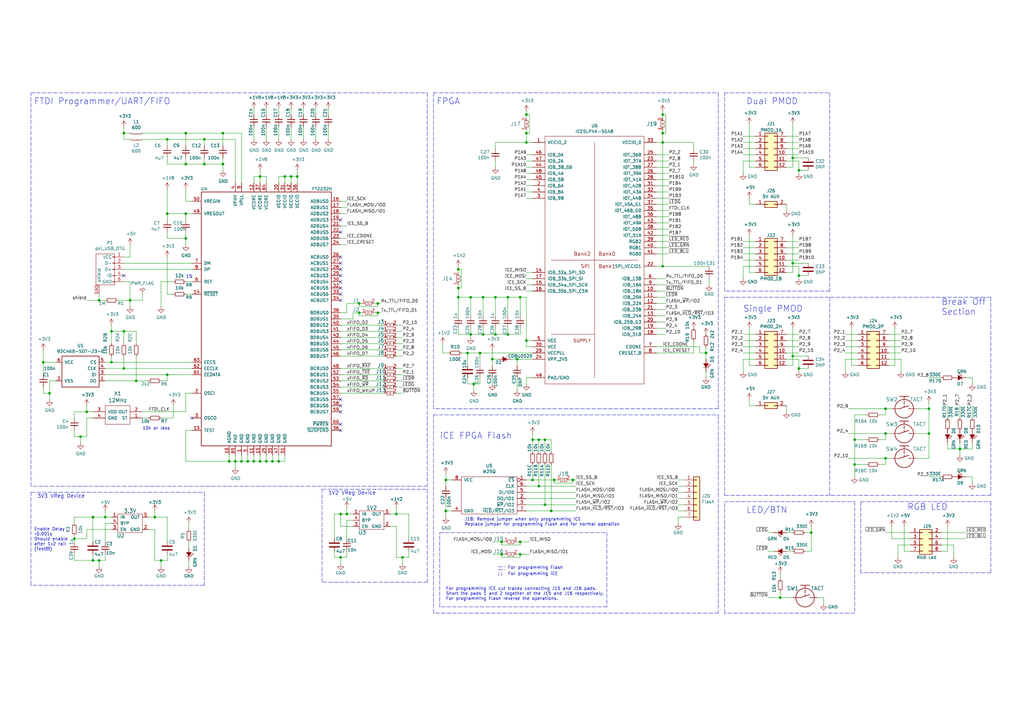
<source format=kicad_sch>
(kicad_sch (version 20231120) (generator "eeschema") (generator_version "8.0")
  (paper "A3")
  (title_block (title "icebreaker") (rev "V0.1") (company "1BitSquared") (comment 1 "2018 (C) 1BitSquared <info@1bitsquared.com>") (comment 2 "2018 (C) Piotr Esden-Tempski <piotr@esden.net>") (comment 3 "License: CC-BY-SA V4.0"))
  (junction (at 142.24 210.82))
  (junction (at 205.74 227.33))
  (junction (at 68.58 87.63))
  (junction (at 101.6 189.23))
  (junction (at 271.78 46.99))
  (junction (at 213.36 227.33))
  (junction (at 187.96 121.92))
  (junction (at 91.44 54.61))
  (junction (at 66.04 229.87))
  (junction (at 68.58 57.15))
  (junction (at 320.04 245.11))
  (junction (at 223.52 207.01))
  (junction (at 327.66 69.85))
  (junction (at 203.2 137.16))
  (junction (at 109.22 189.23))
  (junction (at 215.9 54.61))
  (junction (at 45.72 148.59))
  (junction (at 234.95 196.85))
  (junction (at 17.78 148.59))
  (junction (at 363.22 167.64))
  (junction (at 227.33 196.85))
  (junction (at 325.12 64.77))
  (junction (at 215.9 58.42))
  (junction (at 325.12 146.05))
  (junction (at 271.78 54.61))
  (junction (at 203.2 121.92))
  (junction (at 76.2 67.31))
  (junction (at 187.96 118.11))
  (junction (at 215.9 46.99))
  (junction (at 381 177.8))
  (junction (at 83.82 57.15))
  (junction (at 43.18 212.09))
  (junction (at 154.94 124.46))
  (junction (at 213.36 222.25))
  (junction (at 68.58 153.67))
  (junction (at 218.44 180.34))
  (junction (at 93.98 189.23))
  (junction (at 111.76 189.23))
  (junction (at 363.22 177.8))
  (junction (at 99.06 189.23))
  (junction (at 76.2 87.63))
  (junction (at 162.56 210.82))
  (junction (at 20.32 161.29))
  (junction (at 38.1 212.09))
  (junction (at 35.56 168.91))
  (junction (at 215.9 139.7))
  (junction (at 106.68 72.39))
  (junction (at 193.04 137.16))
  (junction (at 154.94 128.27))
  (junction (at 220.98 180.34))
  (junction (at 30.48 220.98))
  (junction (at 201.93 147.32))
  (junction (at 139.7 210.82))
  (junction (at 182.88 209.55))
  (junction (at 83.82 67.31))
  (junction (at 212.09 147.32))
  (junction (at 55.88 156.21))
  (junction (at 289.56 144.78))
  (junction (at 50.8 54.61))
  (junction (at 165.1 228.6))
  (junction (at 147.32 124.46))
  (junction (at 393.7 184.15))
  (junction (at 198.12 137.16))
  (junction (at 193.04 121.92))
  (junction (at 191.77 144.78))
  (junction (at 381 167.64))
  (junction (at 76.2 54.61))
  (junction (at 91.44 67.31))
  (junction (at 53.34 123.19))
  (junction (at 45.72 135.89))
  (junction (at 220.98 199.39))
  (junction (at 327.66 113.03))
  (junction (at 106.68 189.23))
  (junction (at 350.52 180.34))
  (junction (at 96.52 189.23))
  (junction (at 50.8 135.89))
  (junction (at 208.28 121.92))
  (junction (at 76.2 97.79))
  (junction (at 147.32 128.27))
  (junction (at 40.64 123.19))
  (junction (at 223.52 180.34))
  (junction (at 38.1 229.87))
  (junction (at 119.38 72.39))
  (junction (at 139.7 228.6))
  (junction (at 218.44 196.85))
  (junction (at 182.88 196.85))
  (junction (at 104.14 189.23))
  (junction (at 198.12 121.92))
  (junction (at 332.74 218.44))
  (junction (at 40.64 229.87))
  (junction (at 50.8 151.13))
  (junction (at 196.85 144.78))
  (junction (at 194.31 157.48))
  (junction (at 116.84 72.39))
  (junction (at 63.5 212.09))
  (junction (at 271.78 109.22))
  (junction (at 208.28 137.16))
  (junction (at 350.52 190.5))
  (junction (at 114.3 189.23))
  (junction (at 271.78 58.42))
  (junction (at 187.96 110.49))
  (junction (at 327.66 151.13))
  (junction (at 33.02 179.07))
  (junction (at 205.74 222.25))
  (junction (at 363.22 187.96))
  (junction (at 226.06 209.55))
  (junction (at 325.12 107.95))
  (junction (at 213.36 121.92))
  (junction (at 121.92 72.39))
  (no_connect (at 139.7 105.41))
  (no_connect (at 139.7 107.95))
  (no_connect (at 139.7 166.37))
  (no_connect (at 139.7 168.91))
  (no_connect (at 50.8 113.03))
  (no_connect (at 139.7 115.57))
  (no_connect (at 139.7 95.25))
  (no_connect (at 139.7 90.17))
  (no_connect (at 139.7 118.11))
  (no_connect (at 78.74 171.45))
  (no_connect (at 139.7 120.65))
  (no_connect (at 139.7 123.19))
  (no_connect (at 139.7 173.99))
  (no_connect (at 139.7 176.53))
  (no_connect (at 139.7 113.03))
  (no_connect (at 139.7 110.49))
  (no_connect (at 139.7 163.83))
  (wire (pts (xy 218.44 185.42) (xy 218.44 180.34)))
  (wire (pts (xy 134.62 52.07) (xy 134.62 57.15)))
  (wire (pts (xy 322.58 226.06) (xy 325.12 226.06)))
  (wire (pts (xy 269.24 132.08) (xy 273.05 132.08)))
  (wire (pts (xy 139.7 138.43) (xy 157.48 138.43)))
  (wire (pts (xy 234.95 196.85) (xy 236.22 196.85)))
  (wire (pts (xy 364.49 142.24) (xy 369.57 142.24)))
  (wire (pts (xy 386.08 154.94) (xy 381 154.94)))
  (wire (pts (xy 109.22 44.45) (xy 109.22 46.99)))
  (wire (pts (xy 204.47 147.32) (xy 201.93 147.32)))
  (wire (pts (xy 269.24 88.9) (xy 274.32 88.9)))
  (wire (pts (xy 167.64 228.6) (xy 167.64 226.06)))
  (wire (pts (xy 205.74 227.33) (xy 205.74 228.6)))
  (wire (pts (xy 355.6 170.18) (xy 350.52 170.18)))
  (wire (pts (xy 139.7 135.89) (xy 157.48 135.89)))
  (wire (pts (xy 142.24 210.82) (xy 144.78 210.82)))
  (wire (pts (xy 304.8 114.3) (xy 304.8 109.22)))
  (wire (pts (xy 365.76 215.9) (xy 365.76 220.98)))
  (wire (pts (xy 363.22 167.64) (xy 365.76 167.64)))
  (wire (pts (xy 309.88 139.7) (xy 304.8 139.7)))
  (wire (pts (xy 215.9 53.34) (xy 215.9 54.61)))
  (wire (pts (xy 116.84 72.39) (xy 119.38 72.39)))
  (wire (pts (xy 144.78 130.81) (xy 139.7 130.81)))
  (polyline (pts (xy 204.47 232.41) (xy 207.01 232.41)) (stroke (width 0) (type dash)))
  (wire (pts (xy 269.24 78.74) (xy 274.32 78.74)))
  (wire (pts (xy 187.96 110.49) (xy 187.96 111.76)))
  (wire (pts (xy 381 177.8) (xy 381 167.64)))
  (wire (pts (xy 269.24 99.06) (xy 274.32 99.06)))
  (wire (pts (xy 213.36 134.62) (xy 213.36 137.16)))
  (wire (pts (xy 398.78 154.94) (xy 398.78 157.48)))
  (wire (pts (xy 76.2 87.63) (xy 68.58 87.63)))
  (wire (pts (xy 78.74 82.55) (xy 76.2 82.55)))
  (wire (pts (xy 398.78 184.15) (xy 398.78 181.61)))
  (wire (pts (xy 393.7 184.15) (xy 393.7 186.69)))
  (wire (pts (xy 227.33 196.85) (xy 228.6 196.85)))
  (wire (pts (xy 278.13 212.09) (xy 278.13 214.63)))
  (wire (pts (xy 398.78 195.58) (xy 398.78 198.12)))
  (wire (pts (xy 162.56 210.82) (xy 162.56 208.28)))
  (wire (pts (xy 109.22 189.23) (xy 111.76 189.23)))
  (wire (pts (xy 269.24 73.66) (xy 274.32 73.66)))
  (wire (pts (xy 309.88 137.16) (xy 304.8 137.16)))
  (polyline (pts (xy 132.08 238.76) (xy 132.08 200.66)) (stroke (width 0) (type dash)))
  (wire (pts (xy 391.16 223.52) (xy 391.16 228.6)))
  (wire (pts (xy 309.88 68.58) (xy 307.34 68.58)))
  (wire (pts (xy 162.56 161.29) (xy 165.1 161.29)))
  (wire (pts (xy 53.34 115.57) (xy 53.34 123.19)))
  (wire (pts (xy 304.8 66.04) (xy 304.8 71.12)))
  (wire (pts (xy 269.24 93.98) (xy 274.32 93.98)))
  (wire (pts (xy 215.9 121.92) (xy 215.9 139.7)))
  (wire (pts (xy 220.98 180.34) (xy 220.98 185.42)))
  (wire (pts (xy 50.8 105.41) (xy 53.34 105.41)))
  (wire (pts (xy 50.8 110.49) (xy 78.74 110.49)))
  (wire (pts (xy 76.2 161.29) (xy 78.74 161.29)))
  (polyline (pts (xy 294.64 170.18) (xy 294.64 251.46)) (stroke (width 0) (type dash)))
  (wire (pts (xy 187.96 137.16) (xy 193.04 137.16)))
  (wire (pts (xy 76.2 168.91) (xy 76.2 161.29)))
  (wire (pts (xy 111.76 186.69) (xy 111.76 189.23)))
  (wire (pts (xy 187.96 109.22) (xy 187.96 110.49)))
  (wire (pts (xy 218.44 119.38) (xy 215.9 119.38)))
  (wire (pts (xy 66.04 229.87) (xy 68.58 229.87)))
  (wire (pts (xy 50.8 151.13) (xy 78.74 151.13)))
  (wire (pts (xy 91.44 67.31) (xy 91.44 64.77)))
  (wire (pts (xy 271.78 109.22) (xy 290.83 109.22)))
  (wire (pts (xy 327.66 113.03) (xy 327.66 114.3)))
  (wire (pts (xy 114.3 52.07) (xy 114.3 57.15)))
  (wire (pts (xy 234.95 196.85) (xy 234.95 198.12)))
  (wire (pts (xy 212.09 222.25) (xy 213.36 222.25)))
  (wire (pts (xy 269.24 71.12) (xy 274.32 71.12)))
  (wire (pts (xy 307.34 111.76) (xy 309.88 111.76)))
  (wire (pts (xy 363.22 177.8) (xy 363.22 180.34)))
  (wire (pts (xy 185.42 209.55) (xy 182.88 209.55)))
  (polyline (pts (xy 294.64 251.46) (xy 177.8 251.46)) (stroke (width 0) (type dash)))
  (wire (pts (xy 325.12 245.11) (xy 320.04 245.11)))
  (wire (pts (xy 208.28 121.92) (xy 203.2 121.92)))
  (wire (pts (xy 96.52 189.23) (xy 99.06 189.23)))
  (wire (pts (xy 66.04 229.87) (xy 66.04 232.41)))
  (wire (pts (xy 139.7 158.75) (xy 157.48 158.75)))
  (wire (pts (xy 322.58 139.7) (xy 327.66 139.7)))
  (wire (pts (xy 215.9 154.94) (xy 215.9 157.48)))
  (wire (pts (xy 218.44 78.74) (xy 215.9 78.74)))
  (wire (pts (xy 99.06 54.61) (xy 99.06 74.93)))
  (wire (pts (xy 322.58 58.42) (xy 327.66 58.42)))
  (wire (pts (xy 351.79 142.24) (xy 346.71 142.24)))
  (wire (pts (xy 114.3 186.69) (xy 114.3 189.23)))
  (polyline (pts (xy 204.47 233.68) (xy 207.01 233.68)) (stroke (width 0) (type dash)))
  (wire (pts (xy 114.3 74.93) (xy 114.3 72.39)))
  (wire (pts (xy 351.79 139.7) (xy 346.71 139.7)))
  (polyline (pts (xy 83.82 201.93) (xy 83.82 240.03)) (stroke (width 0) (type dash)))
  (wire (pts (xy 154.94 128.27) (xy 154.94 129.54)))
  (wire (pts (xy 139.7 143.51) (xy 157.48 143.51)))
  (wire (pts (xy 139.7 228.6) (xy 139.7 231.14)))
  (wire (pts (xy 50.8 54.61) (xy 53.34 54.61)))
  (wire (pts (xy 17.78 148.59) (xy 17.78 143.51)))
  (wire (pts (xy 106.68 72.39) (xy 109.22 72.39)))
  (wire (pts (xy 337.82 245.11) (xy 337.82 247.65)))
  (wire (pts (xy 144.78 213.36) (xy 142.24 213.36)))
  (wire (pts (xy 269.24 76.2) (xy 274.32 76.2)))
  (wire (pts (xy 30.48 176.53) (xy 30.48 179.07)))
  (wire (pts (xy 325.12 64.77) (xy 331.47 64.77)))
  (wire (pts (xy 162.56 153.67) (xy 165.1 153.67)))
  (wire (pts (xy 284.48 144.78) (xy 284.48 139.7)))
  (wire (pts (xy 213.36 223.52) (xy 213.36 222.25)))
  (wire (pts (xy 139.7 153.67) (xy 157.48 153.67)))
  (wire (pts (xy 322.58 218.44) (xy 325.12 218.44)))
  (wire (pts (xy 30.48 220.98) (xy 30.48 222.25)))
  (wire (pts (xy 363.22 170.18) (xy 363.22 167.64)))
  (wire (pts (xy 68.58 212.09) (xy 68.58 222.25)))
  (wire (pts (xy 207.01 227.33) (xy 205.74 227.33)))
  (wire (pts (xy 317.5 218.44) (xy 314.96 218.44)))
  (wire (pts (xy 363.22 190.5) (xy 360.68 190.5)))
  (wire (pts (xy 269.24 144.78) (xy 284.48 144.78)))
  (wire (pts (xy 109.22 186.69) (xy 109.22 189.23)))
  (wire (pts (xy 30.48 212.09) (xy 38.1 212.09)))
  (wire (pts (xy 271.78 46.99) (xy 271.78 48.26)))
  (wire (pts (xy 182.88 196.85) (xy 182.88 199.39)))
  (wire (pts (xy 137.16 210.82) (xy 137.16 220.98)))
  (wire (pts (xy 33.02 179.07) (xy 33.02 181.61)))
  (wire (pts (xy 322.58 106.68) (xy 327.66 106.68)))
  (wire (pts (xy 68.58 95.25) (xy 68.58 97.79)))
  (wire (pts (xy 269.24 116.84) (xy 273.05 116.84)))
  (wire (pts (xy 271.78 53.34) (xy 271.78 54.61)))
  (wire (pts (xy 218.44 139.7) (xy 215.9 139.7)))
  (wire (pts (xy 388.62 226.06) (xy 388.62 215.9)))
  (wire (pts (xy 320.04 245.11) (xy 314.96 245.11)))
  (wire (pts (xy 109.22 52.07) (xy 109.22 57.15)))
  (wire (pts (xy 325.12 68.58) (xy 325.12 64.77)))
  (wire (pts (xy 269.24 58.42) (xy 271.78 58.42)))
  (wire (pts (xy 351.79 144.78) (xy 346.71 144.78)))
  (wire (pts (xy 325.12 146.05) (xy 325.12 134.62)))
  (wire (pts (xy 223.52 180.34) (xy 223.52 185.42)))
  (wire (pts (xy 273.05 46.99) (xy 273.05 54.61)))
  (wire (pts (xy 55.88 140.97) (xy 55.88 135.89)))
  (wire (pts (xy 203.2 137.16) (xy 198.12 137.16)))
  (wire (pts (xy 280.67 196.85) (xy 278.13 196.85)))
  (wire (pts (xy 327.66 147.32) (xy 327.66 151.13)))
  (wire (pts (xy 156.21 124.46) (xy 154.94 124.46)))
  (wire (pts (xy 215.9 204.47) (xy 236.22 204.47)))
  (wire (pts (xy 99.06 189.23) (xy 101.6 189.23)))
  (wire (pts (xy 363.22 177.8) (xy 365.76 177.8)))
  (wire (pts (xy 218.44 116.84) (xy 215.9 116.84)))
  (wire (pts (xy 106.68 186.69) (xy 106.68 189.23)))
  (wire (pts (xy 165.1 228.6) (xy 167.64 228.6)))
  (wire (pts (xy 269.24 101.6) (xy 274.32 101.6)))
  (wire (pts (xy 137.16 228.6) (xy 139.7 228.6)))
  (wire (pts (xy 68.58 57.15) (xy 68.58 59.69)))
  (wire (pts (xy 220.98 190.5) (xy 220.98 199.39)))
  (wire (pts (xy 269.24 124.46) (xy 273.05 124.46)))
  (wire (pts (xy 309.88 101.6) (xy 304.8 101.6)))
  (wire (pts (xy 58.42 54.61) (xy 76.2 54.61)))
  (wire (pts (xy 201.93 147.32) (xy 201.93 149.86)))
  (wire (pts (xy 139.7 156.21) (xy 157.48 156.21)))
  (wire (pts (xy 134.62 44.45) (xy 134.62 46.99)))
  (wire (pts (xy 208.28 121.92) (xy 208.28 129.54)))
  (wire (pts (xy 368.3 223.52) (xy 373.38 223.52)))
  (wire (pts (xy 350.52 180.34) (xy 350.52 190.5)))
  (wire (pts (xy 330.2 218.44) (xy 332.74 218.44)))
  (polyline (pts (xy 177.8 167.64) (xy 177.8 38.1)) (stroke (width 0) (type dash)))
  (wire (pts (xy 63.5 212.09) (xy 68.58 212.09)))
  (wire (pts (xy 325.12 111.76) (xy 322.58 111.76)))
  (polyline (pts (xy 175.26 199.39) (xy 12.7 199.39)) (stroke (width 0) (type dash)))
  (wire (pts (xy 347.98 177.8) (xy 363.22 177.8)))
  (wire (pts (xy 375.92 187.96) (xy 381 187.96)))
  (wire (pts (xy 309.88 60.96) (xy 304.8 60.96)))
  (wire (pts (xy 191.77 144.78) (xy 196.85 144.78)))
  (polyline (pts (xy 406.4 203.2) (xy 297.18 203.2)) (stroke (width 0) (type dash)))
  (wire (pts (xy 327.66 109.22) (xy 327.66 113.03)))
  (wire (pts (xy 218.44 144.78) (xy 196.85 144.78)))
  (wire (pts (xy 322.58 83.82) (xy 322.58 86.36)))
  (wire (pts (xy 55.88 135.89) (xy 50.8 135.89)))
  (wire (pts (xy 284.48 66.04) (xy 284.48 67.31)))
  (wire (pts (xy 271.78 46.99) (xy 273.05 46.99)))
  (wire (pts (xy 226.06 180.34) (xy 226.06 185.42)))
  (wire (pts (xy 83.82 57.15) (xy 83.82 59.69)))
  (wire (pts (xy 71.12 115.57) (xy 66.04 115.57)))
  (wire (pts (xy 271.78 54.61) (xy 271.78 58.42)))
  (wire (pts (xy 58.42 123.19) (xy 58.42 120.65)))
  (wire (pts (xy 325.12 146.05) (xy 331.47 146.05)))
  (wire (pts (xy 68.58 64.77) (xy 68.58 67.31)))
  (wire (pts (xy 217.17 46.99) (xy 217.17 54.61)))
  (wire (pts (xy 139.7 97.79) (xy 142.24 97.79)))
  (wire (pts (xy 35.56 220.98) (xy 35.56 217.17)))
  (wire (pts (xy 322.58 142.24) (xy 327.66 142.24)))
  (wire (pts (xy 317.5 226.06) (xy 314.96 226.06)))
  (wire (pts (xy 218.44 63.5) (xy 215.9 63.5)))
  (wire (pts (xy 30.48 179.07) (xy 33.02 179.07)))
  (polyline (pts (xy 353.06 205.74) (xy 406.4 205.74)) (stroke (width 0) (type dash)))
  (wire (pts (xy 355.6 190.5) (xy 350.52 190.5)))
  (wire (pts (xy 30.48 171.45) (xy 30.48 168.91)))
  (wire (pts (xy 205.74 222.25) (xy 201.93 222.25)))
  (wire (pts (xy 162.56 228.6) (xy 165.1 228.6)))
  (polyline (pts (xy 204.47 234.95) (xy 204.47 236.22)) (stroke (width 0) (type dash)))
  (wire (pts (xy 71.12 166.37) (xy 71.12 171.45)))
  (wire (pts (xy 193.04 137.16) (xy 198.12 137.16)))
  (wire (pts (xy 271.78 58.42) (xy 271.78 109.22)))
  (wire (pts (xy 104.14 189.23) (xy 106.68 189.23)))
  (wire (pts (xy 218.44 114.3) (xy 215.9 114.3)))
  (wire (pts (xy 307.34 166.37) (xy 307.34 163.83)))
  (wire (pts (xy 142.24 210.82) (xy 142.24 208.28)))
  (wire (pts (xy 309.88 106.68) (xy 304.8 106.68)))
  (wire (pts (xy 373.38 218.44) (xy 363.22 218.44)))
  (wire (pts (xy 53.34 123.19) (xy 58.42 123.19)))
  (wire (pts (xy 307.34 149.86) (xy 307.34 134.62)))
  (wire (pts (xy 17.78 148.59) (xy 17.78 153.67)))
  (wire (pts (xy 43.18 153.67) (xy 68.58 153.67)))
  (wire (pts (xy 121.92 72.39) (xy 121.92 69.85)))
  (wire (pts (xy 218.44 73.66) (xy 215.9 73.66)))
  (wire (pts (xy 396.24 154.94) (xy 398.78 154.94)))
  (wire (pts (xy 111.76 189.23) (xy 114.3 189.23)))
  (wire (pts (xy 68.58 97.79) (xy 76.2 97.79)))
  (wire (pts (xy 393.7 171.45) (xy 393.7 166.37)))
  (wire (pts (xy 40.64 123.19) (xy 43.18 123.19)))
  (wire (pts (xy 162.56 143.51) (xy 165.1 143.51)))
  (wire (pts (xy 76.2 54.61) (xy 76.2 59.69)))
  (wire (pts (xy 50.8 57.15) (xy 53.34 57.15)))
  (polyline (pts (xy 406.4 205.74) (xy 406.4 234.95)) (stroke (width 0) (type dash)))
  (wire (pts (xy 289.56 142.24) (xy 289.56 144.78)))
  (wire (pts (xy 215.9 46.99) (xy 217.17 46.99)))
  (wire (pts (xy 96.52 57.15) (xy 96.52 74.93)))
  (polyline (pts (xy 132.08 200.66) (xy 175.26 200.66)) (stroke (width 0) (type dash)))
  (wire (pts (xy 185.42 196.85) (xy 182.88 196.85)))
  (wire (pts (xy 83.82 57.15) (xy 96.52 57.15)))
  (wire (pts (xy 215.9 201.93) (xy 236.22 201.93)))
  (wire (pts (xy 193.04 121.92) (xy 187.96 121.92)))
  (wire (pts (xy 129.54 44.45) (xy 129.54 46.99)))
  (wire (pts (xy 91.44 54.61) (xy 91.44 59.69)))
  (polyline (pts (xy 353.06 234.95) (xy 353.06 205.74)) (stroke (width 0) (type dash)))
  (wire (pts (xy 68.58 153.67) (xy 78.74 153.67)))
  (wire (pts (xy 269.24 83.82) (xy 274.32 83.82)))
  (wire (pts (xy 119.38 72.39) (xy 119.38 74.93)))
  (wire (pts (xy 375.92 177.8) (xy 381 177.8)))
  (wire (pts (xy 217.17 54.61) (xy 215.9 54.61)))
  (polyline (pts (xy 175.26 38.1) (xy 175.26 199.39)) (stroke (width 0) (type dash)))
  (wire (pts (xy 139.7 228.6) (xy 142.24 228.6)))
  (wire (pts (xy 278.13 204.47) (xy 280.67 204.47)))
  (wire (pts (xy 38.1 212.09) (xy 38.1 222.25)))
  (wire (pts (xy 196.85 157.48) (xy 194.31 157.48)))
  (polyline (pts (xy 180.34 248.92) (xy 180.34 218.44)) (stroke (width 0) (type dash)))
  (wire (pts (xy 309.88 104.14) (xy 304.8 104.14)))
  (wire (pts (xy 218.44 66.04) (xy 215.9 66.04)))
  (wire (pts (xy 76.2 67.31) (xy 83.82 67.31)))
  (wire (pts (xy 269.24 142.24) (xy 287.02 142.24)))
  (polyline (pts (xy 350.52 251.46) (xy 297.18 251.46)) (stroke (width 0) (type dash)))
  (wire (pts (xy 208.28 134.62) (xy 208.28 137.16)))
  (wire (pts (xy 139.7 85.09) (xy 142.24 85.09)))
  (wire (pts (xy 364.49 137.16) (xy 369.57 137.16)))
  (wire (pts (xy 347.98 187.96) (xy 363.22 187.96)))
  (polyline (pts (xy 340.36 119.38) (xy 297.18 119.38)) (stroke (width 0) (type dash)))
  (wire (pts (xy 208.28 137.16) (xy 203.2 137.16)))
  (wire (pts (xy 66.04 171.45) (xy 71.12 171.45)))
  (polyline (pts (xy 12.7 199.39) (xy 12.7 38.1)) (stroke (width 0) (type dash)))
  (wire (pts (xy 269.24 114.3) (xy 273.05 114.3)))
  (wire (pts (xy 205.74 223.52) (xy 213.36 223.52)))
  (wire (pts (xy 162.56 140.97) (xy 165.1 140.97)))
  (wire (pts (xy 386.08 223.52) (xy 391.16 223.52)))
  (polyline (pts (xy 248.92 248.92) (xy 180.34 248.92)) (stroke (width 0) (type dash)))
  (wire (pts (xy 45.72 148.59) (xy 78.74 148.59)))
  (wire (pts (xy 35.56 217.17) (xy 45.72 217.17)))
  (wire (pts (xy 388.62 181.61) (xy 388.62 184.15)))
  (wire (pts (xy 30.48 229.87) (xy 38.1 229.87)))
  (wire (pts (xy 55.88 156.21) (xy 60.96 156.21)))
  (wire (pts (xy 68.58 156.21) (xy 68.58 153.67)))
  (wire (pts (xy 142.24 228.6) (xy 142.24 226.06)))
  (wire (pts (xy 142.24 213.36) (xy 142.24 220.98)))
  (wire (pts (xy 369.57 147.32) (xy 369.57 152.4)))
  (wire (pts (xy 218.44 111.76) (xy 215.9 111.76)))
  (wire (pts (xy 393.7 184.15) (xy 398.78 184.15)))
  (polyline (pts (xy 297.18 119.38) (xy 297.18 38.1)) (stroke (width 0) (type dash)))
  (wire (pts (xy 139.7 82.55) (xy 142.24 82.55)))
  (wire (pts (xy 269.24 109.22) (xy 271.78 109.22)))
  (wire (pts (xy 322.58 66.04) (xy 327.66 66.04)))
  (wire (pts (xy 269.24 81.28) (xy 274.32 81.28)))
  (wire (pts (xy 139.7 100.33) (xy 142.24 100.33)))
  (wire (pts (xy 189.23 144.78) (xy 191.77 144.78)))
  (polyline (pts (xy 177.8 38.1) (xy 294.64 38.1)) (stroke (width 0) (type dash)))
  (wire (pts (xy 309.88 58.42) (xy 304.8 58.42)))
  (wire (pts (xy 144.78 215.9) (xy 139.7 215.9)))
  (wire (pts (xy 332.74 226.06) (xy 332.74 218.44)))
  (wire (pts (xy 116.84 72.39) (xy 116.84 74.93)))
  (wire (pts (xy 162.56 138.43) (xy 165.1 138.43)))
  (wire (pts (xy 322.58 149.86) (xy 325.12 149.86)))
  (wire (pts (xy 154.94 124.46) (xy 154.94 125.73)))
  (wire (pts (xy 218.44 68.58) (xy 215.9 68.58)))
  (wire (pts (xy 71.12 120.65) (xy 68.58 120.65)))
  (wire (pts (xy 83.82 64.77) (xy 83.82 67.31)))
  (polyline (pts (xy 340.36 38.1) (xy 340.36 119.38)) (stroke (width 0) (type dash)))
  (wire (pts (xy 346.71 147.32) (xy 346.71 152.4)))
  (wire (pts (xy 17.78 161.29) (xy 20.32 161.29)))
  (wire (pts (xy 388.62 184.15) (xy 393.7 184.15)))
  (wire (pts (xy 213.36 228.6) (xy 213.36 227.33)))
  (wire (pts (xy 218.44 142.24) (xy 215.9 142.24)))
  (wire (pts (xy 269.24 121.92) (xy 273.05 121.92)))
  (wire (pts (xy 114.3 72.39) (xy 116.84 72.39)))
  (wire (pts (xy 182.88 196.85) (xy 182.88 194.31)))
  (wire (pts (xy 212.09 149.86) (xy 212.09 147.32)))
  (wire (pts (xy 43.18 212.09) (xy 45.72 212.09)))
  (wire (pts (xy 144.78 128.27) (xy 144.78 130.81)))
  (polyline (pts (xy 12.7 240.03) (xy 12.7 201.93)) (stroke (width 0) (type dash)))
  (wire (pts (xy 363.22 187.96) (xy 365.76 187.96)))
  (wire (pts (xy 124.46 52.07) (xy 124.46 57.15)))
  (wire (pts (xy 104.14 44.45) (xy 104.14 46.99)))
  (wire (pts (xy 309.88 149.86) (xy 307.34 149.86)))
  (wire (pts (xy 30.48 219.71) (xy 30.48 220.98)))
  (wire (pts (xy 154.94 128.27) (xy 156.21 128.27)))
  (wire (pts (xy 50.8 135.89) (xy 50.8 140.97)))
  (wire (pts (xy 196.85 154.94) (xy 196.85 157.48)))
  (wire (pts (xy 121.92 72.39) (xy 121.92 74.93)))
  (wire (pts (xy 45.72 133.35) (xy 45.72 135.89)))
  (wire (pts (xy 396.24 195.58) (xy 398.78 195.58)))
  (wire (pts (xy 40.64 229.87) (xy 40.64 232.41)))
  (wire (pts (xy 332.74 215.9) (xy 332.74 218.44)))
  (wire (pts (xy 193.04 134.62) (xy 193.04 137.16)))
  (wire (pts (xy 106.68 189.23) (xy 109.22 189.23)))
  (wire (pts (xy 77.47 214.63) (xy 77.47 217.17)))
  (wire (pts (xy 218.44 76.2) (xy 215.9 76.2)))
  (wire (pts (xy 309.88 55.88) (xy 304.8 55.88)))
  (wire (pts (xy 162.56 156.21) (xy 165.1 156.21)))
  (wire (pts (xy 198.12 137.16) (xy 198.12 134.62)))
  (wire (pts (xy 101.6 189.23) (xy 104.14 189.23)))
  (wire (pts (xy 218.44 177.8) (xy 218.44 180.34)))
  (wire (pts (xy 187.96 116.84) (xy 187.96 118.11)))
  (wire (pts (xy 181.61 144.78) (xy 181.61 140.97)))
  (wire (pts (xy 309.88 99.06) (xy 304.8 99.06)))
  (wire (pts (xy 233.68 196.85) (xy 234.95 196.85)))
  (wire (pts (xy 215.9 139.7) (xy 215.9 142.24)))
  (wire (pts (xy 63.5 217.17) (xy 63.5 229.87)))
  (wire (pts (xy 218.44 190.5) (xy 218.44 196.85)))
  (polyline (pts (xy 297.18 205.74) (xy 350.52 205.74)) (stroke (width 0) (type dash)))
  (polyline (pts (xy 177.8 170.18) (xy 294.64 170.18)) (stroke (width 0) (type dash)))
  (wire (pts (xy 139.7 161.29) (xy 157.48 161.29)))
  (wire (pts (xy 154.94 129.54) (xy 147.32 129.54)))
  (wire (pts (xy 322.58 166.37) (xy 322.58 168.91)))
  (wire (pts (xy 269.24 134.62) (xy 273.05 134.62)))
  (wire (pts (xy 139.7 210.82) (xy 142.24 210.82)))
  (wire (pts (xy 205.74 222.25) (xy 205.74 223.52)))
  (wire (pts (xy 196.85 144.78) (xy 196.85 149.86)))
  (wire (pts (xy 307.34 68.58) (xy 307.34 50.8)))
  (wire (pts (xy 215.9 45.72) (xy 215.9 46.99)))
  (wire (pts (xy 368.3 228.6) (xy 368.3 223.52)))
  (wire (pts (xy 104.14 72.39) (xy 106.68 72.39)))
  (wire (pts (xy 223.52 207.01) (xy 223.52 190.5)))
  (wire (pts (xy 50.8 54.61) (xy 50.8 57.15)))
  (wire (pts (xy 349.25 149.86) (xy 349.25 134.62)))
  (wire (pts (xy 191.77 149.86) (xy 191.77 144.78)))
  (wire (pts (xy 76.2 176.53) (xy 76.2 189.23)))
  (wire (pts (xy 58.42 168.91) (xy 76.2 168.91)))
  (wire (pts (xy 104.14 52.07) (xy 104.14 57.15)))
  (wire (pts (xy 30.48 220.98) (xy 35.56 220.98)))
  (wire (pts (xy 218.44 180.34) (xy 220.98 180.34)))
  (wire (pts (xy 53.34 123.19) (xy 53.34 125.73)))
  (wire (pts (xy 147.32 128.27) (xy 144.78 128.27)))
  (wire (pts (xy 393.7 181.61) (xy 393.7 184.15)))
  (wire (pts (xy 398.78 171.45) (xy 398.78 166.37)))
  (wire (pts (xy 278.13 209.55) (xy 280.67 209.55)))
  (wire (pts (xy 167.64 210.82) (xy 167.64 220.98)))
  (wire (pts (xy 212.09 147.32) (xy 218.44 147.32)))
  (wire (pts (xy 327.66 69.85) (xy 327.66 71.12)))
  (wire (pts (xy 269.24 137.16) (xy 273.05 137.16)))
  (wire (pts (xy 322.58 60.96) (xy 327.66 60.96)))
  (wire (pts (xy 381 187.96) (xy 381 177.8)))
  (wire (pts (xy 22.86 148.59) (xy 17.78 148.59)))
  (polyline (pts (xy 205.74 234.95) (xy 205.74 236.22)) (stroke (width 0) (type dash)))
  (wire (pts (xy 38.1 212.09) (xy 43.18 212.09)))
  (wire (pts (xy 363.22 180.34) (xy 360.68 180.34)))
  (wire (pts (xy 278.13 201.93) (xy 280.67 201.93)))
  (wire (pts (xy 30.48 214.63) (xy 30.48 212.09)))
  (wire (pts (xy 68.58 67.31) (xy 76.2 67.31)))
  (wire (pts (xy 203.2 121.92) (xy 198.12 121.92)))
  (wire (pts (xy 269.24 68.58) (xy 274.32 68.58)))
  (wire (pts (xy 220.98 199.39) (xy 236.22 199.39)))
  (wire (pts (xy 198.12 121.92) (xy 198.12 129.54)))
  (wire (pts (xy 290.83 114.3) (xy 290.83 116.84)))
  (wire (pts (xy 160.02 215.9) (xy 162.56 215.9)))
  (wire (pts (xy 388.62 171.45) (xy 388.62 166.37)))
  (wire (pts (xy 76.2 54.61) (xy 91.44 54.61)))
  (wire (pts (xy 60.96 217.17) (xy 63.5 217.17)))
  (wire (pts (xy 182.88 204.47) (xy 182.88 209.55)))
  (wire (pts (xy 327.66 113.03) (xy 331.47 113.03)))
  (wire (pts (xy 181.61 144.78) (xy 184.15 144.78)))
  (wire (pts (xy 129.54 52.07) (xy 129.54 57.15)))
  (wire (pts (xy 325.12 107.95) (xy 325.12 96.52)))
  (wire (pts (xy 198.12 121.92) (xy 193.04 121.92)))
  (polyline (pts (xy 297.18 121.92) (xy 297.18 203.2)) (stroke (width 0) (type dash)))
  (wire (pts (xy 162.56 210.82) (xy 167.64 210.82)))
  (wire (pts (xy 106.68 72.39) (xy 106.68 69.85)))
  (wire (pts (xy 365.76 220.98) (xy 373.38 220.98)))
  (wire (pts (xy 139.7 92.71) (xy 142.24 92.71)))
  (wire (pts (xy 212.09 154.94) (xy 212.09 160.02)))
  (wire (pts (xy 162.56 135.89) (xy 165.1 135.89)))
  (wire (pts (xy 364.49 149.86) (xy 367.03 149.86)))
  (wire (pts (xy 50.8 146.05) (xy 50.8 151.13)))
  (wire (pts (xy 386.08 220.98) (xy 396.24 220.98)))
  (wire (pts (xy 76.2 82.55) (xy 76.2 77.47)))
  (wire (pts (xy 218.44 154.94) (xy 215.9 154.94)))
  (wire (pts (xy 201.93 154.94) (xy 201.93 157.48)))
  (wire (pts (xy 154.94 125.73) (xy 147.32 125.73)))
  (wire (pts (xy 63.5 212.09) (xy 63.5 209.55)))
  (wire (pts (xy 320.04 237.49) (xy 320.04 234.95)))
  (wire (pts (xy 58.42 57.15) (xy 68.58 57.15)))
  (wire (pts (xy 55.88 146.05) (xy 55.88 156.21)))
  (wire (pts (xy 322.58 147.32) (xy 327.66 147.32)))
  (wire (pts (xy 203.2 121.92) (xy 203.2 129.54)))
  (wire (pts (xy 194.31 157.48) (xy 194.31 160.02)))
  (wire (pts (xy 191.77 154.94) (xy 191.77 157.48)))
  (wire (pts (xy 63.5 229.87) (xy 66.04 229.87)))
  (wire (pts (xy 162.56 158.75) (xy 165.1 158.75)))
  (wire (pts (xy 76.2 90.17) (xy 76.2 87.63)))
  (wire (pts (xy 269.24 91.44) (xy 274.32 91.44)))
  (wire (pts (xy 182.88 209.55) (xy 182.88 212.09)))
  (wire (pts (xy 66.04 115.57) (xy 66.04 125.73)))
  (wire (pts (xy 78.74 176.53) (xy 76.2 176.53)))
  (wire (pts (xy 189.23 118.11) (xy 187.96 118.11)))
  (polyline (pts (xy 294.64 167.64) (xy 177.8 167.64)) (stroke (width 0) (type dash)))
  (wire (pts (xy 218.44 71.12) (xy 215.9 71.12)))
  (wire (pts (xy 271.78 58.42) (xy 284.48 58.42)))
  (wire (pts (xy 165.1 228.6) (xy 165.1 231.14)))
  (wire (pts (xy 38.1 171.45) (xy 35.56 171.45)))
  (wire (pts (xy 269.24 119.38) (xy 273.05 119.38)))
  (wire (pts (xy 45.72 135.89) (xy 45.72 140.97)))
  (wire (pts (xy 20.32 156.21) (xy 20.32 161.29)))
  (wire (pts (xy 43.18 229.87) (xy 43.18 227.33)))
  (wire (pts (xy 193.04 121.92) (xy 193.04 129.54)))
  (wire (pts (xy 109.22 72.39) (xy 109.22 74.93)))
  (wire (pts (xy 289.56 144.78) (xy 289.56 147.32)))
  (wire (pts (xy 50.8 115.57) (xy 53.34 115.57)))
  (wire (pts (xy 43.18 214.63) (xy 43.18 222.25)))
  (wire (pts (xy 50.8 135.89) (xy 45.72 135.89)))
  (wire (pts (xy 322.58 55.88) (xy 327.66 55.88)))
  (wire (pts (xy 142.24 128.27) (xy 139.7 128.27)))
  (wire (pts (xy 193.04 137.16) (xy 193.04 138.43)))
  (wire (pts (xy 142.24 124.46) (xy 147.32 124.46)))
  (wire (pts (xy 218.44 196.85) (xy 227.33 196.85)))
  (wire (pts (xy 139.7 140.97) (xy 157.48 140.97)))
  (polyline (pts (xy 406.4 234.95) (xy 353.06 234.95)) (stroke (width 0) (type dash)))
  (wire (pts (xy 269.24 104.14) (xy 274.32 104.14)))
  (wire (pts (xy 20.32 161.29) (xy 20.32 163.83)))
  (wire (pts (xy 93.98 189.23) (xy 96.52 189.23)))
  (polyline (pts (xy 297.18 121.92) (xy 406.4 121.92)) (stroke (width 0) (type dash)))
  (wire (pts (xy 148.59 128.27) (xy 147.32 128.27)))
  (wire (pts (xy 212.09 227.33) (xy 213.36 227.33)))
  (wire (pts (xy 351.79 137.16) (xy 346.71 137.16)))
  (wire (pts (xy 227.33 198.12) (xy 227.33 196.85)))
  (wire (pts (xy 189.23 110.49) (xy 189.23 118.11)))
  (wire (pts (xy 43.18 212.09) (xy 43.18 209.55)))
  (wire (pts (xy 96.52 186.69) (xy 96.52 189.23)))
  (wire (pts (xy 215.9 121.92) (xy 213.36 121.92)))
  (wire (pts (xy 327.66 109.22) (xy 322.58 109.22)))
  (wire (pts (xy 335.28 245.11) (xy 337.82 245.11)))
  (wire (pts (xy 271.78 45.72) (xy 271.78 46.99)))
  (wire (pts (xy 269.24 127) (xy 273.05 127)))
  (wire (pts (xy 350.52 190.5) (xy 350.52 195.58)))
  (wire (pts (xy 213.36 121.92) (xy 213.36 129.54)))
  (wire (pts (xy 142.24 124.46) (xy 142.24 128.27)))
  (wire (pts (xy 322.58 137.16) (xy 327.66 137.16)))
  (wire (pts (xy 38.1 229.87) (xy 40.64 229.87)))
  (wire (pts (xy 370.84 226.06) (xy 373.38 226.06)))
  (wire (pts (xy 234.95 198.12) (xy 227.33 198.12)))
  (polyline (pts (xy 177.8 251.46) (xy 177.8 170.18)) (stroke (width 0) (type dash)))
  (wire (pts (xy 17.78 158.75) (xy 17.78 161.29)))
  (wire (pts (xy 139.7 151.13) (xy 157.48 151.13)))
  (wire (pts (xy 187.96 118.11) (xy 187.96 121.92)))
  (wire (pts (xy 22.86 156.21) (xy 20.32 156.21)))
  (wire (pts (xy 114.3 44.45) (xy 114.3 46.99)))
  (wire (pts (xy 124.46 44.45) (xy 124.46 46.99)))
  (wire (pts (xy 162.56 151.13) (xy 165.1 151.13)))
  (wire (pts (xy 33.02 179.07) (xy 35.56 179.07)))
  (wire (pts (xy 187.96 134.62) (xy 187.96 137.16)))
  (wire (pts (xy 68.58 90.17) (xy 68.58 87.63)))
  (wire (pts (xy 162.56 215.9) (xy 162.56 228.6)))
  (wire (pts (xy 269.24 86.36) (xy 274.32 86.36)))
  (wire (pts (xy 154.94 124.46) (xy 153.67 124.46)))
  (wire (pts (xy 162.56 146.05) (xy 165.1 146.05)))
  (wire (pts (xy 307.34 111.76) (xy 307.34 96.52)))
  (wire (pts (xy 209.55 147.32) (xy 212.09 147.32)))
  (wire (pts (xy 350.52 170.18) (xy 350.52 180.34)))
  (wire (pts (xy 187.96 121.92) (xy 187.96 129.54)))
  (wire (pts (xy 68.58 87.63) (xy 68.58 77.47)))
  (wire (pts (xy 327.66 151.13) (xy 331.47 151.13)))
  (wire (pts (xy 148.59 124.46) (xy 147.32 124.46)))
  (wire (pts (xy 367.03 134.62) (xy 367.03 149.86)))
  (wire (pts (xy 147.32 129.54) (xy 147.32 128.27)))
  (wire (pts (xy 309.88 166.37) (xy 307.34 166.37)))
  (polyline (pts (xy 350.52 205.74) (xy 350.52 251.46)) (stroke (width 0) (type dash)))
  (wire (pts (xy 213.36 222.25) (xy 217.17 222.25)))
  (wire (pts (xy 76.2 189.23) (xy 93.98 189.23)))
  (wire (pts (xy 322.58 144.78) (xy 327.66 144.78)))
  (wire (pts (xy 360.68 170.18) (xy 363.22 170.18)))
  (wire (pts (xy 327.66 151.13) (xy 327.66 152.4)))
  (wire (pts (xy 68.58 57.15) (xy 83.82 57.15)))
  (wire (pts (xy 40.64 120.65) (xy 40.64 123.19)))
  (wire (pts (xy 386.08 218.44) (xy 396.24 218.44)))
  (wire (pts (xy 45.72 214.63) (xy 43.18 214.63)))
  (wire (pts (xy 137.16 226.06) (xy 137.16 228.6)))
  (polyline (pts (xy 83.82 240.03) (xy 12.7 240.03)) (stroke (width 0) (type dash)))
  (wire (pts (xy 60.96 212.09) (xy 63.5 212.09)))
  (wire (pts (xy 104.14 186.69) (xy 104.14 189.23)))
  (wire (pts (xy 287.02 142.24) (xy 287.02 144.78)))
  (wire (pts (xy 43.18 151.13) (xy 50.8 151.13)))
  (wire (pts (xy 77.47 229.87) (xy 77.47 232.41)))
  (wire (pts (xy 218.44 81.28) (xy 215.9 81.28)))
  (wire (pts (xy 58.42 171.45) (xy 60.96 171.45)))
  (wire (pts (xy 139.7 146.05) (xy 157.48 146.05)))
  (wire (pts (xy 78.74 120.65) (xy 76.2 120.65)))
  (wire (pts (xy 215.9 196.85) (xy 218.44 196.85)))
  (wire (pts (xy 83.82 67.31) (xy 91.44 67.31)))
  (wire (pts (xy 327.66 69.85) (xy 331.47 69.85)))
  (wire (pts (xy 269.24 96.52) (xy 274.32 96.52)))
  (wire (pts (xy 101.6 186.69) (xy 101.6 189.23)))
  (wire (pts (xy 114.3 189.23) (xy 116.84 189.23)))
  (wire (pts (xy 381 167.64) (xy 381 165.1)))
  (wire (pts (xy 96.52 189.23) (xy 96.52 191.77)))
  (wire (pts (xy 226.06 209.55) (xy 236.22 209.55)))
  (wire (pts (xy 50.8 107.95) (xy 78.74 107.95)))
  (wire (pts (xy 351.79 147.32) (xy 346.71 147.32)))
  (wire (pts (xy 45.72 146.05) (xy 45.72 148.59)))
  (wire (pts (xy 363.22 187.96) (xy 363.22 190.5)))
  (wire (pts (xy 320.04 242.57) (xy 320.04 245.11)))
  (wire (pts (xy 325.12 107.95) (xy 331.47 107.95)))
  (wire (pts (xy 203.2 134.62) (xy 203.2 137.16)))
  (wire (pts (xy 137.16 210.82) (xy 139.7 210.82)))
  (wire (pts (xy 147.32 125.73) (xy 147.32 124.46)))
  (wire (pts (xy 364.49 147.32) (xy 369.57 147.32)))
  (wire (pts (xy 66.04 156.21) (xy 68.58 156.21)))
  (wire (pts (xy 351.79 149.86) (xy 349.25 149.86)))
  (wire (pts (xy 203.2 58.42) (xy 203.2 60.96)))
  (wire (pts (xy 215.9 199.39) (xy 220.98 199.39)))
  (wire (pts (xy 43.18 148.59) (xy 45.72 148.59)))
  (wire (pts (xy 99.06 186.69) (xy 99.06 189.23)))
  (wire (pts (xy 347.98 167.64) (xy 363.22 167.64)))
  (polyline (pts (xy 294.64 38.1) (xy 294.64 167.64)) (stroke (width 0) (type dash)))
  (wire (pts (xy 119.38 52.07) (xy 119.38 57.15)))
  (wire (pts (xy 76.2 97.79) (xy 76.2 95.25)))
  (wire (pts (xy 220.98 180.34) (xy 223.52 180.34)))
  (wire (pts (xy 76.2 64.77) (xy 76.2 67.31)))
  (wire (pts (xy 223.52 207.01) (xy 236.22 207.01)))
  (wire (pts (xy 287.02 144.78) (xy 289.56 144.78)))
  (wire (pts (xy 325.12 64.77) (xy 325.12 50.8)))
  (wire (pts (xy 309.88 83.82) (xy 307.34 83.82)))
  (wire (pts (xy 78.74 87.63) (xy 76.2 87.63)))
  (wire (pts (xy 119.38 72.39) (xy 121.92 72.39)))
  (polyline (pts (xy 406.4 121.92) (xy 406.4 203.2)) (stroke (width 0) (type dash)))
  (wire (pts (xy 201.93 147.32) (xy 201.93 143.51)))
  (wire (pts (xy 215.9 58.42) (xy 203.2 58.42)))
  (polyline (pts (xy 340.36 121.92) (xy 340.36 203.2)) (stroke (width 0) (type dash)))
  (wire (pts (xy 309.88 63.5) (xy 304.8 63.5)))
  (wire (pts (xy 322.58 63.5) (xy 327.66 63.5)))
  (wire (pts (xy 284.48 58.42) (xy 284.48 60.96)))
  (wire (pts (xy 307.34 83.82) (xy 307.34 81.28)))
  (wire (pts (xy 106.68 74.93) (xy 106.68 72.39)))
  (wire (pts (xy 278.13 207.01) (xy 280.67 207.01)))
  (wire (pts (xy 386.08 226.06) (xy 388.62 226.06)))
  (wire (pts (xy 278.13 199.39) (xy 280.67 199.39)))
  (wire (pts (xy 213.36 227.33) (xy 217.17 227.33)))
  (polyline (pts (xy 180.34 218.44) (xy 248.92 218.44)) (stroke (width 0) (type dash)))
  (wire (pts (xy 269.24 63.5) (xy 274.32 63.5)))
  (wire (pts (xy 205.74 227.33) (xy 201.93 227.33)))
  (wire (pts (xy 213.36 121.92) (xy 208.28 121.92)))
  (wire (pts (xy 215.9 209.55) (xy 226.06 209.55)))
  (wire (pts (xy 35.56 171.45) (xy 35.56 179.07)))
  (polyline (pts (xy 248.92 218.44) (xy 248.92 248.92)) (stroke (width 0) (type dash)))
  (wire (pts (xy 386.08 195.58) (xy 381 195.58)))
  (wire (pts (xy 38.1 227.33) (xy 38.1 229.87)))
  (wire (pts (xy 325.12 149.86) (xy 325.12 146.05)))
  (wire (pts (xy 309.88 142.24) (xy 304.8 142.24)))
  (wire (pts (xy 76.2 97.79) (xy 76.2 100.33)))
  (wire (pts (xy 218.44 58.42) (xy 215.9 58.42)))
  (wire (pts (xy 269.24 66.04) (xy 274.32 66.04)))
  (wire (pts (xy 370.84 215.9) (xy 370.84 226.06)))
  (wire (pts (xy 68.58 120.65) (xy 68.58 105.41)))
  (wire (pts (xy 364.49 144.78) (xy 369.57 144.78)))
  (wire (pts (xy 68.58 229.87) (xy 68.58 227.33)))
  (wire (pts (xy 269.24 129.54) (xy 273.05 129.54)))
  (wire (pts (xy 325.12 111.76) (xy 325.12 107.95)))
  (wire (pts (xy 93.98 186.69) (xy 93.98 189.23)))
  (wire (pts (xy 273.05 54.61) (xy 271.78 54.61)))
  (wire (pts (xy 116.84 189.23) (xy 116.84 186.69)))
  (wire (pts (xy 309.88 144.78) (xy 304.8 144.78)))
  (wire (pts (xy 38.1 168.91) (xy 35.56 168.91)))
  (polyline (pts (xy 297.18 251.46) (xy 297.18 205.74)) (stroke (width 0) (type dash)))
  (wire (pts (xy 30.48 168.91) (xy 35.56 168.91)))
  (wire (pts (xy 226.06 209.55) (xy 226.06 190.5)))
  (wire (pts (xy 153.67 128.27) (xy 154.94 128.27)))
  (wire (pts (xy 327.66 66.04) (xy 327.66 69.85)))
  (wire (pts (xy 203.2 66.04) (xy 203.2 68.58)))
  (polyline (pts (xy 297.18 38.1) (xy 340.36 38.1)) (stroke (width 0) (type dash)))
  (polyline (pts (xy 12.7 38.1) (xy 175.26 38.1)) (stroke (width 0) (type dash)))
  (wire (pts (xy 215.9 54.61) (xy 215.9 58.42)))
  (wire (pts (xy 322.58 68.58) (xy 325.12 68.58)))
  (wire (pts (xy 223.52 180.34) (xy 226.06 180.34)))
  (wire (pts (xy 35.56 168.91) (xy 35.56 166.37)))
  (wire (pts (xy 322.58 101.6) (xy 327.66 101.6)))
  (wire (pts (xy 48.26 123.19) (xy 53.34 123.19)))
  (wire (pts (xy 139.7 215.9) (xy 139.7 210.82)))
  (wire (pts (xy 280.67 212.09) (xy 278.13 212.09)))
  (wire (pts (xy 30.48 227.33) (xy 30.48 229.87)))
  (wire (pts (xy 322.58 99.06) (xy 327.66 99.06)))
  (wire (pts (xy 322.58 104.14) (xy 327.66 104.14)))
  (wire (pts (xy 104.14 74.93) (xy 104.14 72.39)))
  (wire (pts (xy 119.38 44.45) (xy 119.38 46.99)))
  (wire (pts (xy 355.6 180.34) (xy 350.52 180.34)))
  (polyline (pts (xy 12.7 201.93) (xy 83.82 201.93)) (stroke (width 0) (type dash)))
  (wire (pts (xy 304.8 147.32) (xy 309.88 147.32)))
  (wire (pts (xy 139.7 87.63) (xy 142.24 87.63)))
  (wire (pts (xy 40.64 123.19) (xy 35.56 123.19)))
  (wire (pts (xy 304.8 109.22) (xy 309.88 109.22)))
  (wire (pts (xy 215.9 46.99) (xy 215.9 48.26)))
  (wire (pts (xy 76.2 115.57) (xy 78.74 115.57)))
  (wire (pts (xy 50.8 52.07) (xy 50.8 54.61)))
  (wire (pts (xy 205.74 228.6) (xy 213.36 228.6)))
  (polyline (pts (xy 175.26 238.76) (xy 132.08 238.76)) (stroke (width 0) (type dash)))
  (wire (pts (xy 213.36 137.16) (xy 208.28 137.16)))
  (wire (pts (xy 207.01 222.25) (xy 205.74 222.25)))
  (wire (pts (xy 139.7 133.35) (xy 157.48 133.35)))
  (wire (pts (xy 40.64 229.87) (xy 43.18 229.87)))
  (wire (pts (xy 304.8 152.4) (xy 304.8 147.32)))
  (wire (pts (xy 187.96 110.49) (xy 189.23 110.49)))
  (wire (pts (xy 53.34 105.41) (xy 53.34 100.33)))
  (wire (pts (xy 43.18 156.21) (xy 55.88 156.21)))
  (wire (pts (xy 162.56 133.35) (xy 165.1 133.35)))
  (wire (pts (xy 77.47 222.25) (xy 77.47 224.79)))
  (wire (pts (xy 375.92 167.64) (xy 381 167.64)))
  (wire (pts (xy 309.88 66.04) (xy 304.8 66.04)))
  (wire (pts (xy 160.02 210.82) (xy 162.56 210.82)))
  (polyline (pts (xy 175.26 200.66) (xy 175.26 238.76)) (stroke (width 0) (type dash)))
  (wire (pts (xy 215.9 207.01) (xy 223.52 207.01)))
  (wire (pts (xy 194.31 157.48) (xy 191.77 157.48)))
  (wire (pts (xy 91.44 67.31) (xy 91.44 69.85)))
  (wire (pts (xy 91.44 54.61) (xy 99.06 54.61)))
  (wire (pts (xy 332.74 226.06) (xy 330.2 226.06)))
  (wire (pts (xy 364.49 139.7) (xy 369.57 139.7)))
  (wire (pts (xy 289.56 152.4) (xy 289.56 154.94)))
  (text "Enable Delay\n~0.001s\nShould enable\nafter 1v2 rail\n(Test!!!)" (at 13.97 226.06 0) (effects (font (size 1.27 1.27)) (justify left bottom)))
  (text "For programming iCE" (at 208.28 236.22 0) (effects (font (size 1.27 1.27)) (justify left bottom)))
  (text "3V3 VReg Device" (at 15.24 204.47 0) (effects (font (size 1.524 1.524)) (justify left bottom)))
  (text "RGB LED" (at 372.11 209.55 0) (effects (font (size 2.54 2.54)) (justify left bottom)))
  (text "For programming Flash" (at 208.28 233.68 0) (effects (font (size 1.27 1.27)) (justify left bottom)))
  (text "For programming iCE cut traces connecting J15 and J16 pads.\nShort the pads 1 and 2 together of the J15 and J16 respectively.\nFor programming Flash reverse the operations." (at 182.88 246.38 0) (effects (font (size 1.27 1.27)) (justify left bottom)))
  (text "iCE FPGA Flash" (at 180.34 180.34 0) (effects (font (size 2.54 2.54)) (justify left bottom)))
  (text "LED/BTN" (at 306.07 210.82 0) (effects (font (size 2.54 2.54)) (justify left bottom)))
  (text "10k or less" (at 58.42 176.53 0) (effects (font (size 1.27 1.27)) (justify left bottom)))
  (text "Single PMOD" (at 304.8 128.27 0) (effects (font (size 2.54 2.54)) (justify left bottom)))
  (text "J18: Remove jumper when only programming iCE\nReplace jumper for programming Flash and for normal operation" (at 190.5 215.9 0) (effects (font (size 1.27 1.27)) (justify left bottom)))
  (text "1%" (at 76.2 114.3 0) (effects (font (size 1.27 1.27)) (justify left bottom)))
  (text "FTDI Programmer/UART/FIFO" (at 13.97 43.18 0) (effects (font (size 2.54 2.54)) (justify left bottom)))
  (text "1V2 VReg Device" (at 134.62 203.2 0) (effects (font (size 1.524 1.524)) (justify left bottom)))
  (text "Dual PMOD" (at 306.07 43.18 0) (effects (font (size 2.54 2.54)) (justify left bottom)))
  (text "Break Off\nSection" (at 386.08 129.54 0) (effects (font (size 2.54 2.54)) (justify left bottom)))
  (text "FPGA" (at 179.07 43.18 0) (effects (font (size 2.54 2.54)) (justify left bottom)))
  (label "P2_9" (at 273.05 132.08 0))
  (label "iCE_SCK" (at 278.13 199.39 180))
  (label "iCE_MISO" (at 217.17 222.25 0))
  (label "~{LED_RED}" (at 274.32 99.06 0))
  (label "P1B2" (at 274.32 93.98 0))
  (label "~{BUTTON}" (at 165.1 161.29 0))
  (label "P1B2" (at 304.8 101.6 180))
  (label "P2_10" (at 347.98 187.96 180))
  (label "P2_1" (at 388.62 166.37 90))
  (label "P2_7" (at 369.57 137.16 0))
  (label "xFIFO_D3" (at 142.24 135.89 0))
  (label "P1A7" (at 215.9 81.28 180))
  (label "P2_3" (at 381 195.58 180))
  (label "iCE_CDONE" (at 142.24 97.79 0))
  (label "P1B1" (at 274.32 91.44 0))
  (label "P2_7" (at 274.32 71.12 0))
  (label "xFIFO_~{RXF}" (at 142.24 151.13 0))
  (label "FTDI_CLK" (at 60.96 168.91 0))
  (label "~{LEDR}" (at 165.1 156.21 0))
  (label "xFIFO_D2" (at 142.24 133.35 0))
  (label "FLASH_MISO/IO1" (at 236.22 204.47 0))
  (label "P1A9" (at 215.9 63.5 180))
  (label "P2_8" (at 327.66 139.7 0))
  (label "P1B8" (at 274.32 88.9 0))
  (label "P1B1" (at 304.8 99.06 180))
  (label "Tx_TTL/FIFO_D1" (at 273.05 116.84 0))
  (label "P1B9" (at 327.66 104.14 0))
  (label "P1A3" (at 215.9 66.04 180))
  (label "P1A8" (at 215.9 71.12 180))
  (label "FLASH_~{HLD}/~{RST}/IO3" (at 236.22 209.55 0))
  (label "P1B10" (at 327.66 106.68 0))
  (label "iCE_MOSI" (at 215.9 114.3 180))
  (label "iCE_SCK" (at 215.9 116.84 180))
  (label "FLASH_~{WP}/IO2" (at 278.13 207.01 180))
  (label "P1B8" (at 327.66 101.6 0))
  (label "P2_1" (at 165.1 153.67 0))
  (label "P1A3" (at 304.8 60.96 180))
  (label "P1B4" (at 304.8 106.68 180))
  (label "P1A4" (at 215.9 73.66 180))
  (label "xFIFO_~{TXE}" (at 142.24 153.67 0))
  (label "~{LEDG}" (at 165.1 158.75 0))
  (label "P2_9" (at 165.1 138.43 0))
  (label "P1A1" (at 215.9 78.74 180))
  (label "iCE_SCK" (at 142.24 82.55 0))
  (label "P1B3" (at 304.8 104.14 180))
  (label "xFIFO_D4" (at 142.24 138.43 0))
  (label "iCE_SCK" (at 236.22 199.39 0))
  (label "iCE_CRESET" (at 271.78 144.78 0))
  (label "iCE_MOSI" (at 201.93 227.33 180))
  (label "xFIFO_D7" (at 142.24 146.05 0))
  (label "Rx_TTL/FIFO_D0" (at 156.21 124.46 0))
  (label "Rx_TTL/FIFO_D0" (at 273.05 114.3 0))
  (label "P1A9" (at 327.66 60.96 0))
  (label "~{LED_GRN}" (at 363.22 218.44 180))
  (label "P1B10" (at 274.32 73.66 0))
  (label "P2_2" (at 274.32 63.5 0))
  (label "FLASH_~{HLD}/~{RST}/IO3" (at 278.13 209.55 180))
  (label "P2_10" (at 273.05 137.16 0))
  (label "FLASH_MISO/IO1" (at 217.17 227.33 0))
  (label "P2_4" (at 304.8 144.78 180))
  (label "FLASH_MOSI/IO0" (at 236.22 201.93 0))
  (label "P2_2" (at 346.71 139.7 180))
  (label "P2_4" (at 165.1 135.89 0))
  (label "P2_10" (at 327.66 144.78 0))
  (label "xFIFO_~{RD}" (at 142.24 156.21 0))
  (label "P1B3" (at 274.32 81.28 0))
  (label "P1B4" (at 274.32 76.2 0))
  (label "P2_3" (at 346.71 142.24 180))
  (label "FTDI_CLK" (at 274.32 86.36 0))
  (label "FLASH_MOSI/IO0" (at 142.24 85.09 0))
  (label "Tx_TTL/FIFO_D1" (at 156.21 128.27 0))
  (label "~{LEDG}" (at 314.96 218.44 180))
  (label "P2_3" (at 304.8 142.24 180))
  (label "~{LEDR}" (at 273.05 121.92 0))
  (label "FLASH_MISO/IO1" (at 142.24 87.63 0))
  (label "P2_2" (at 398.78 166.37 90))
  (label "P2_8" (at 274.32 66.04 0))
  (label "P1A10" (at 327.66 63.5 0))
  (label "P1B7" (at 327.66 99.06 0))
  (label "~{BUTTON}" (at 273.05 119.38 0))
  (label "~{LED_BLU}" (at 274.32 104.14 0))
  (label "P2_8" (at 369.57 139.7 0))
  (label "P2_8" (at 165.1 143.51 0))
  (label "P2_8" (at 381 154.94 180))
  (label "~{LEDR}" (at 314.96 226.06 180))
  (label "P2_3" (at 273.05 127 0))
  (label "FLASH_~{HLD}/~{RST}/IO3" (at 273.05 129.54 0))
  (label "P1A4" (at 304.8 63.5 180))
  (label "~{LED_BLU}" (at 396.24 220.98 0))
  (label "P1A10" (at 215.9 68.58 180))
  (label "P2_7" (at 165.1 151.13 0))
  (label "~{LEDG}" (at 274.32 83.82 0))
  (label "P2_9" (at 347.98 167.64 180))
  (label "shield" (at 35.56 123.19 180))
  (label "iCE_SS_B" (at 142.24 92.71 0))
  (label "FLASH_MOSI/IO0" (at 201.93 222.25 180))
  (label "P2_7" (at 327.66 137.16 0))
  (label "P2_4" (at 273.05 134.62 0))
  (label "iCE_CDONE" (at 271.78 142.24 0))
  (label "P2_2" (at 304.8 139.7 180))
  (label "FLASH_~{WP}/IO2" (at 236.22 207.01 0))
  (label "P2_10" (at 165.1 133.35 0))
  (label "iCE_CRESET" (at 142.24 100.33 0))
  (label "FLASH_~{WP}/IO2" (at 273.05 124.46 0))
  (label "xFIFO_~{WR}" (at 142.24 158.75 0))
  (label "P2_1" (at 304.8 137.16 180))
  (label "P2_3" (at 165.1 140.97 0))
  (label "P2_7" (at 393.7 166.37 90))
  (label "P1B7" (at 274.32 96.52 0))
  (label "P2_2" (at 165.1 146.05 0))
  (label "xFIFO_D5" (at 142.24 140.97 0))
  (label "P2_4" (at 346.71 144.78 180))
  (label "P1B9" (at 274.32 78.74 0))
  (label "iCE_MISO" (at 215.9 111.76 180))
  (label "~{BUTTON}" (at 314.96 245.11 180))
  (label "P2_10" (at 369.57 144.78 0))
  (label "~{LED_GRN}" (at 274.32 101.6 0))
  (label "iCE_SS_B" (at 278.13 196.85 180))
  (label "P1A7" (at 327.66 55.88 0))
  (label "xFIFO_D6" (at 142.24 143.51 0))
  (label "iCE_SS_B" (at 236.22 196.85 0))
  (label "xFIFO_WKUP" (at 142.24 161.29 0))
  (label "P2_1" (at 274.32 68.58 0))
  (label "P1A2" (at 215.9 76.2 180))
  (label "FLASH_MOSI/IO0" (at 278.13 201.93 180))
  (label "FLASH_MISO/IO1" (at 278.13 204.47 180))
  (label "P2_1" (at 346.71 137.16 180))
  (label "P1A2" (at 304.8 58.42 180))
  (label "P2_4" (at 347.98 177.8 180))
  (label "iCE_SS_B" (at 215.9 119.38 180))
  (label "P2_9" (at 369.57 142.24 0))
  (label "P2_9" (at 327.66 142.24 0))
  (label "P1A8" (at 327.66 58.42 0))
  (label "P1A1" (at 304.8 55.88 180))
  (label "~{LED_RED}" (at 396.24 218.44 0))
  (symbol (lib_id "icebreaker-rescue:ICE5LP4K-SG48-pkl_lattice") (at 243.84 106.68 0) (unit 1)
    (property "Reference" "U6" (at 243.84 51.562 0))
    (property "Value" "ICE5LP4K-SG48" (at 243.84 53.9242 0))
    (property "Footprint" "pkl_housings_dfn_qfn:QFN-48-1EP_7x7mm_Pitch0.5mm" (effects (hide yes)))
    (property "Source" "ANY" (effects (hide yes)))
    (property "Key" "ic-ice5lp4k-sg48" (effects (hide yes)))
  )
  (symbol (lib_id "icebreaker-rescue:GND-power") (at 215.9 157.48 0) (unit 1)
    (property "Reference" "#PWR01" (effects (hide yes)))
    (property "Value" "GND" (at 216.027 161.9504 0))
  )
  (symbol (lib_id "icebreaker-rescue:FT2232H-pkl_ftdi") (at 109.22 130.81 0) (unit 1)
    (property "Reference" "U4" (at 83.82 77.47 0))
    (property "Value" "FT2232H" (at 132.08 77.47 0))
    (property "Footprint" "pkl_housings_dfn_qfn:QFN-64-4.45mm1EP_9x9mm_Pitch0.5mm" (effects (hide yes)))
    (property "Source" "ANY" (effects (hide yes)))
    (property "Key" "ic-ft2232h" (effects (hide yes)))
  )
  (symbol (lib_id "icebreaker-rescue:Oscillator-pkl_device") (at 48.26 171.45 180) (unit 1)
    (property "Reference" "X1" (at 48.26 161.417 0) (effects (font (size 1.524 1.524))))
    (property "Value" "12MHz" (at 48.26 164.211 0) (effects (font (size 1.524 1.524))))
    (property "Footprint" "pkl_housings_sot:SOT-23-5" (effects (hide yes)))
    (property "Datasheet" "https://www.sitime.com/datasheet/SiT2001" (effects (hide yes)))
    (property "Description" "12MHz Oscillator" (effects (hide yes)))
    (property "Manufacturer" "SiTIME" (effects (hide yes)))
    (property "MFN" "SIT2001BI-S2-33E-12.000000G" (effects (hide yes)))
    (property "Source" "ANY" (effects (hide yes)))
    (property "Key" "xtal-sot23-5-12mhz-osc" (effects (hide yes)))
  )
  (symbol (lib_id "icebreaker-rescue:pkl_R_Small-pkl_device") (at 63.5 171.45 270) (unit 1)
    (property "Reference" "R7" (at 67.31 172.72 90))
    (property "Value" "10k" (at 59.69 172.72 90))
    (property "Footprint" "pkl_dipol:R_0402" (effects (hide yes)))
    (property "Source" "ANY" (effects (hide yes)))
    (property "Key" "res-0402-10k" (effects (hide yes)))
  )
  (symbol (lib_id "icebreaker-rescue:+3V3-power") (at 71.12 166.37 0) (unit 1)
    (property "Reference" "#PWR02" (effects (hide yes)))
    (property "Value" "+3V3" (at 71.501 161.8996 0))
  )
  (symbol (lib_id "icebreaker-rescue:+3V3-power") (at 35.56 166.37 0) (unit 1)
    (property "Reference" "#PWR03" (effects (hide yes)))
    (property "Value" "+3V3" (at 35.941 161.8996 0))
  )
  (symbol (lib_id "icebreaker-rescue:GND-power") (at 33.02 181.61 0) (unit 1)
    (property "Reference" "#PWR05" (effects (hide yes)))
    (property "Value" "GND" (at 33.147 186.0804 0))
  )
  (symbol (lib_id "icebreaker-rescue:GND-power") (at 96.52 191.77 0) (unit 1)
    (property "Reference" "#PWR04" (effects (hide yes)))
    (property "Value" "GND" (at 96.647 196.2404 0))
  )
  (symbol (lib_id "icebreaker-rescue:pkl_C_Small-pkl_device") (at 30.48 173.99 0) (mirror y) (unit 1)
    (property "Reference" "C4" (at 28.1432 172.7962 0) (effects (justify left)))
    (property "Value" "100n" (at 28.1432 175.1584 0) (effects (justify left)))
    (property "Footprint" "pkl_dipol:C_0402" (effects (hide yes)))
    (property "Source" "ANY" (effects (hide yes)))
    (property "Key" "cap-cer-0402-100n" (effects (hide yes)))
  )
  (symbol (lib_id "icebreaker-rescue:pkl_USB_OTG-pkl_conn") (at 43.18 110.49 90) (mirror x) (unit 1)
    (property "Reference" "P1" (at 45.1104 99.568 90))
    (property "Value" "pkl_USB_OTG" (at 45.1104 101.9302 90))
    (property "Footprint" "pkl_connectors:Connector_USB_Micro_B_SMD" (effects (hide yes)))
    (property "Source" "ANY" (effects (hide yes)))
    (property "Key" "conn-smd-usb-micro-b" (effects (hide yes)))
  )
  (symbol (lib_id "icebreaker-rescue:pkl_R_Small-pkl_device") (at 45.72 123.19 270) (unit 1)
    (property "Reference" "R1" (at 49.53 124.46 90))
    (property "Value" "1M" (at 41.91 124.46 90))
    (property "Footprint" "pkl_dipol:R_0402" (effects (hide yes)))
    (property "Source" "ANY" (effects (hide yes)))
    (property "Key" "res-0402-1m" (effects (hide yes)))
  )
  (symbol (lib_id "icebreaker-rescue:GND-power") (at 53.34 125.73 0) (unit 1)
    (property "Reference" "#PWR06" (effects (hide yes)))
    (property "Value" "GND" (at 53.467 130.2004 0))
  )
  (symbol (lib_id "icebreaker-rescue:PWR_FLAG-power") (at 58.42 120.65 0) (unit 1)
    (property "Reference" "#FLG01" (effects (hide yes)))
    (property "Value" "PWR_FLAG" (at 58.42 116.1542 0))
  )
  (symbol (lib_id "icebreaker-rescue:+3V3-power") (at 76.2 77.47 0) (unit 1)
    (property "Reference" "#PWR07" (effects (hide yes)))
    (property "Value" "+3V3" (at 76.581 72.9996 0))
  )
  (symbol (lib_id "icebreaker-rescue:+5V-power") (at 53.34 100.33 0) (unit 1)
    (property "Reference" "#PWR08" (effects (hide yes)))
    (property "Value" "+5V" (at 53.721 95.8596 0))
  )
  (symbol (lib_id "icebreaker-rescue:pkl_R_Small-pkl_device") (at 73.66 120.65 270) (unit 1)
    (property "Reference" "R9" (at 77.47 121.92 90))
    (property "Value" "10k" (at 73.66 118.11 90))
    (property "Footprint" "pkl_dipol:R_0402" (effects (hide yes)))
    (property "Source" "ANY" (effects (hide yes)))
    (property "Key" "res-0402-10k" (effects (hide yes)))
  )
  (symbol (lib_id "icebreaker-rescue:+3V3-power") (at 68.58 105.41 0) (unit 1)
    (property "Reference" "#PWR09" (effects (hide yes)))
    (property "Value" "+3V3" (at 68.961 100.9396 0))
  )
  (symbol (lib_id "icebreaker-rescue:+1V8-power") (at 68.58 77.47 0) (unit 1)
    (property "Reference" "#PWR010" (effects (hide yes)))
    (property "Value" "+1V8" (at 68.961 72.9996 0))
  )
  (symbol (lib_id "icebreaker-rescue:+1V8-power") (at 106.68 69.85 0) (unit 1)
    (property "Reference" "#PWR011" (effects (hide yes)))
    (property "Value" "+1V8" (at 107.061 65.3796 0))
  )
  (symbol (lib_id "icebreaker-rescue:pkl_C_Small-pkl_device") (at 76.2 92.71 0) (mirror y) (unit 1)
    (property "Reference" "C10" (at 74.93 91.44 0) (effects (justify left)))
    (property "Value" "100n" (at 76.2 93.98 0) (effects (justify left)))
    (property "Footprint" "pkl_dipol:C_0402" (effects (hide yes)))
    (property "Source" "ANY" (effects (hide yes)))
    (property "Key" "cap-cer-0402-100n" (effects (hide yes)))
  )
  (symbol (lib_id "icebreaker-rescue:GND-power") (at 76.2 100.33 0) (unit 1)
    (property "Reference" "#PWR012" (effects (hide yes)))
    (property "Value" "GND" (at 76.327 104.8004 0))
  )
  (symbol (lib_id "icebreaker-rescue:pkl_R_Small-pkl_device") (at 73.66 115.57 270) (unit 1)
    (property "Reference" "R8" (at 77.47 116.84 90))
    (property "Value" "12k" (at 73.66 113.03 90))
    (property "Footprint" "pkl_dipol:R_0402" (effects (hide yes)))
    (property "Description" "1% current reference" (effects (hide yes)))
    (property "Source" "ANY" (effects (hide yes)))
    (property "Key" "res-0402-12k" (effects (hide yes)))
  )
  (symbol (lib_id "icebreaker-rescue:GND-power") (at 66.04 125.73 0) (unit 1)
    (property "Reference" "#PWR013" (effects (hide yes)))
    (property "Value" "GND" (at 66.167 130.2004 0))
  )
  (symbol (lib_id "icebreaker-rescue:pkl_L_Small-pkl_device") (at 55.88 54.61 270) (unit 1)
    (property "Reference" "L1" (at 55.88 49.9618 90))
    (property "Value" "600" (at 55.88 52.324 90))
    (property "Footprint" "pkl_dipol:L_0402" (effects (hide yes)))
    (property "Source" "ANY" (effects (hide yes)))
    (property "Key" "ferrite-0402-600" (effects (hide yes)))
  )
  (symbol (lib_id "icebreaker-rescue:pkl_L_Small-pkl_device") (at 55.88 57.15 270) (unit 1)
    (property "Reference" "L2" (at 55.88 59.563 90))
    (property "Value" "600" (at 55.88 61.9252 90))
    (property "Footprint" "pkl_dipol:L_0402" (effects (hide yes)))
    (property "Source" "ANY" (effects (hide yes)))
    (property "Key" "ferrite-0402-600" (effects (hide yes)))
  )
  (symbol (lib_id "icebreaker-rescue:pkl_C_Small-pkl_device") (at 91.44 62.23 0) (mirror y) (unit 1)
    (property "Reference" "C13" (at 90.17 59.69 0) (effects (justify left)))
    (property "Value" "100n" (at 90.17 64.77 0) (effects (justify left)))
    (property "Footprint" "pkl_dipol:C_0402" (effects (hide yes)))
    (property "Source" "ANY" (effects (hide yes)))
    (property "Key" "cap-cer-0402-100n" (effects (hide yes)))
  )
  (symbol (lib_id "icebreaker-rescue:pkl_C_Small-pkl_device") (at 83.82 62.23 0) (mirror y) (unit 1)
    (property "Reference" "C12" (at 82.55 59.69 0) (effects (justify left)))
    (property "Value" "100n" (at 82.55 64.77 0) (effects (justify left)))
    (property "Footprint" "pkl_dipol:C_0402" (effects (hide yes)))
    (property "Source" "ANY" (effects (hide yes)))
    (property "Key" "cap-cer-0402-100n" (effects (hide yes)))
  )
  (symbol (lib_id "icebreaker-rescue:pkl_C_Small-pkl_device") (at 76.2 62.23 0) (mirror y) (unit 1)
    (property "Reference" "C9" (at 73.66 59.69 0) (effects (justify left)))
    (property "Value" "4u7" (at 74.93 64.77 0) (effects (justify left)))
    (property "Footprint" "pkl_dipol:C_0402" (effects (hide yes)))
    (property "Source" "ANY" (effects (hide yes)))
    (property "Key" "cap-cer-0402-4u7" (effects (hide yes)))
  )
  (symbol (lib_id "icebreaker-rescue:pkl_C_Small-pkl_device") (at 68.58 62.23 0) (mirror y) (unit 1)
    (property "Reference" "C6" (at 66.04 59.69 0) (effects (justify left)))
    (property "Value" "4u7" (at 67.31 64.77 0) (effects (justify left)))
    (property "Footprint" "pkl_dipol:C_0402" (effects (hide yes)))
    (property "Source" "ANY" (effects (hide yes)))
    (property "Key" "cap-cer-0402-4u7" (effects (hide yes)))
  )
  (symbol (lib_id "icebreaker-rescue:GND-power") (at 91.44 69.85 0) (unit 1)
    (property "Reference" "#PWR014" (effects (hide yes)))
    (property "Value" "GND" (at 91.567 74.3204 0))
  )
  (symbol (lib_id "icebreaker-rescue:+3V3-power") (at 50.8 52.07 0) (unit 1)
    (property "Reference" "#PWR015" (effects (hide yes)))
    (property "Value" "+3V3" (at 51.181 47.5996 0))
  )
  (symbol (lib_id "icebreaker-rescue:+3V3-power") (at 121.92 69.85 0) (unit 1)
    (property "Reference" "#PWR016" (effects (hide yes)))
    (property "Value" "+3V3" (at 122.301 65.3796 0))
  )
  (symbol (lib_id "icebreaker-rescue:pkl_C_Small-pkl_device") (at 104.14 49.53 0) (mirror y) (unit 1)
    (property "Reference" "C14" (at 102.87 48.26 90) (effects (justify left)))
    (property "Value" "100n" (at 102.87 55.88 90) (effects (justify left)))
    (property "Footprint" "pkl_dipol:C_0402" (effects (hide yes)))
    (property "Source" "ANY" (effects (hide yes)))
    (property "Key" "cap-cer-0402-100n" (effects (hide yes)))
  )
  (symbol (lib_id "icebreaker-rescue:GND-power") (at 104.14 57.15 0) (unit 1)
    (property "Reference" "#PWR017" (effects (hide yes)))
    (property "Value" "GND" (at 104.267 61.6204 0))
  )
  (symbol (lib_id "icebreaker-rescue:+1V8-power") (at 104.14 44.45 0) (unit 1)
    (property "Reference" "#PWR018" (effects (hide yes)))
    (property "Value" "+1V8" (at 104.521 39.9796 0))
  )
  (symbol (lib_id "icebreaker-rescue:pkl_C_Small-pkl_device") (at 68.58 92.71 0) (mirror y) (unit 1)
    (property "Reference" "C7" (at 65.659 91.5162 0) (effects (justify left)))
    (property "Value" "4u7" (at 65.659 93.8784 0) (effects (justify left)))
    (property "Footprint" "pkl_dipol:C_0402" (effects (hide yes)))
    (property "Source" "ANY" (effects (hide yes)))
    (property "Key" "cap-cer-0402-4u7" (effects (hide yes)))
  )
  (symbol (lib_id "icebreaker-rescue:pkl_C_Small-pkl_device") (at 109.22 49.53 0) (mirror y) (unit 1)
    (property "Reference" "C16" (at 107.95 48.26 90) (effects (justify left)))
    (property "Value" "100n" (at 107.95 55.88 90) (effects (justify left)))
    (property "Footprint" "pkl_dipol:C_0402" (effects (hide yes)))
    (property "Source" "ANY" (effects (hide yes)))
    (property "Key" "cap-cer-0402-100n" (effects (hide yes)))
  )
  (symbol (lib_id "icebreaker-rescue:GND-power") (at 109.22 57.15 0) (unit 1)
    (property "Reference" "#PWR019" (effects (hide yes)))
    (property "Value" "GND" (at 109.347 61.6204 0))
  )
  (symbol (lib_id "icebreaker-rescue:GND-power") (at 114.3 57.15 0) (unit 1)
    (property "Reference" "#PWR020" (effects (hide yes)))
    (property "Value" "GND" (at 114.427 61.6204 0))
  )
  (symbol (lib_id "icebreaker-rescue:+1V8-power") (at 109.22 44.45 0) (unit 1)
    (property "Reference" "#PWR021" (effects (hide yes)))
    (property "Value" "+1V8" (at 109.601 39.9796 0))
  )
  (symbol (lib_id "icebreaker-rescue:pkl_C_Small-pkl_device") (at 114.3 49.53 0) (mirror y) (unit 1)
    (property "Reference" "C17" (at 113.03 48.26 90) (effects (justify left)))
    (property "Value" "100n" (at 113.03 55.88 90) (effects (justify left)))
    (property "Footprint" "pkl_dipol:C_0402" (effects (hide yes)))
    (property "Source" "ANY" (effects (hide yes)))
    (property "Key" "cap-cer-0402-100n" (effects (hide yes)))
  )
  (symbol (lib_id "icebreaker-rescue:+1V8-power") (at 114.3 44.45 0) (unit 1)
    (property "Reference" "#PWR022" (effects (hide yes)))
    (property "Value" "+1V8" (at 114.681 39.9796 0))
  )
  (symbol (lib_id "icebreaker-rescue:GND-power") (at 119.38 57.15 0) (unit 1)
    (property "Reference" "#PWR023" (effects (hide yes)))
    (property "Value" "GND" (at 119.507 61.6204 0))
  )
  (symbol (lib_id "icebreaker-rescue:GND-power") (at 124.46 57.15 0) (unit 1)
    (property "Reference" "#PWR024" (effects (hide yes)))
    (property "Value" "GND" (at 124.587 61.6204 0))
  )
  (symbol (lib_id "icebreaker-rescue:GND-power") (at 129.54 57.15 0) (unit 1)
    (property "Reference" "#PWR025" (effects (hide yes)))
    (property "Value" "GND" (at 129.667 61.6204 0))
  )
  (symbol (lib_id "icebreaker-rescue:GND-power") (at 134.62 57.15 0) (unit 1)
    (property "Reference" "#PWR026" (effects (hide yes)))
    (property "Value" "GND" (at 134.747 61.6204 0))
  )
  (symbol (lib_id "icebreaker-rescue:pkl_C_Small-pkl_device") (at 119.38 49.53 0) (mirror y) (unit 1)
    (property "Reference" "C18" (at 118.11 48.26 90) (effects (justify left)))
    (property "Value" "100n" (at 118.11 55.88 90) (effects (justify left)))
    (property "Footprint" "pkl_dipol:C_0402" (effects (hide yes)))
    (property "Source" "ANY" (effects (hide yes)))
    (property "Key" "cap-cer-0402-100n" (effects (hide yes)))
  )
  (symbol (lib_id "icebreaker-rescue:pkl_C_Small-pkl_device") (at 124.46 49.53 0) (mirror y) (unit 1)
    (property "Reference" "C19" (at 123.19 48.26 90) (effects (justify left)))
    (property "Value" "100n" (at 123.19 55.88 90) (effects (justify left)))
    (property "Footprint" "pkl_dipol:C_0402" (effects (hide yes)))
    (property "Source" "ANY" (effects (hide yes)))
    (property "Key" "cap-cer-0402-100n" (effects (hide yes)))
  )
  (symbol (lib_id "icebreaker-rescue:pkl_C_Small-pkl_device") (at 129.54 49.53 0) (mirror y) (unit 1)
    (property "Reference" "C20" (at 128.27 48.26 90) (effects (justify left)))
    (property "Value" "100n" (at 128.27 55.88 90) (effects (justify left)))
    (property "Footprint" "pkl_dipol:C_0402" (effects (hide yes)))
    (property "Source" "ANY" (effects (hide yes)))
    (property "Key" "cap-cer-0402-100n" (effects (hide yes)))
  )
  (symbol (lib_id "icebreaker-rescue:pkl_C_Small-pkl_device") (at 134.62 49.53 0) (mirror y) (unit 1)
    (property "Reference" "C21" (at 133.35 48.26 90) (effects (justify left)))
    (property "Value" "100n" (at 133.35 55.88 90) (effects (justify left)))
    (property "Footprint" "pkl_dipol:C_0402" (effects (hide yes)))
    (property "Source" "ANY" (effects (hide yes)))
    (property "Key" "cap-cer-0402-100n" (effects (hide yes)))
  )
  (symbol (lib_id "icebreaker-rescue:+3V3-power") (at 119.38 44.45 0) (unit 1)
    (property "Reference" "#PWR027" (effects (hide yes)))
    (property "Value" "+3V3" (at 119.761 39.9796 0))
  )
  (symbol (lib_id "icebreaker-rescue:+3V3-power") (at 124.46 44.45 0) (unit 1)
    (property "Reference" "#PWR028" (effects (hide yes)))
    (property "Value" "+3V3" (at 124.841 39.9796 0))
  )
  (symbol (lib_id "icebreaker-rescue:+3V3-power") (at 129.54 44.45 0) (unit 1)
    (property "Reference" "#PWR029" (effects (hide yes)))
    (property "Value" "+3V3" (at 129.921 39.9796 0))
  )
  (symbol (lib_id "icebreaker-rescue:+3V3-power") (at 134.62 44.45 0) (unit 1)
    (property "Reference" "#PWR030" (effects (hide yes)))
    (property "Value" "+3V3" (at 135.001 39.9796 0))
  )
  (symbol (lib_id "icebreaker-rescue:GND-power") (at 322.58 168.91 0) (unit 1)
    (property "Reference" "#PWR094" (effects (hide yes)))
    (property "Value" "GND" (at 326.39 170.18 0))
  )
  (symbol (lib_id "icebreaker-rescue:+5V-power") (at 307.34 163.83 0) (unit 1)
    (property "Reference" "#PWR093" (effects (hide yes)))
    (property "Value" "+5V" (at 307.721 159.3596 0))
  )
  (symbol (lib_id "Connector_Generic:Conn_02x01") (at 314.96 166.37 0) (unit 1)
    (property "Reference" "J27" (at 316.23 160.782 0))
    (property "Value" "5V AUX" (at 316.23 163.1442 0))
    (property "Footprint" "Pin_Headers:Pin_Header_Straight_2x01" (effects (hide yes)))
    (property "Key" "conn-th-01in-2-1-hdr" (effects (hide yes)))
    (property "Source" "ANY" (effects (hide yes)))
  )
  (symbol (lib_id "icebreaker-rescue:93C46-SOT-23-6-pkl_memory") (at 33.02 151.13 0) (unit 1)
    (property "Reference" "U1" (at 33.02 141.732 0))
    (property "Value" "93C46B-SOT-23-6" (at 33.02 144.0942 0))
    (property "Footprint" "pkl_housings_sot:SOT-23-6" (effects (hide yes)))
    (property "Datasheet" "http://ww1.microchip.com/downloads/en/DeviceDoc/20001749K.pdf" (effects (hide yes)))
    (property "Description" "EEPROM 1KBit 2MHz SOT-23-6" (effects (hide yes)))
    (property "MFN" "93C46B" (effects (hide yes)))
    (property "Source" "ANY" (effects (hide yes)))
    (property "Key" "eeprom-sot23-6-93c46b" (effects (hide yes)))
  )
  (symbol (lib_id "icebreaker-rescue:+3V3-power") (at 17.78 143.51 0) (unit 1)
    (property "Reference" "#PWR031" (effects (hide yes)))
    (property "Value" "+3V3" (at 18.161 139.0396 0))
  )
  (symbol (lib_id "icebreaker-rescue:GND-power") (at 20.32 163.83 0) (unit 1)
    (property "Reference" "#PWR032" (effects (hide yes)))
    (property "Value" "GND" (at 20.447 168.3004 0))
  )
  (symbol (lib_id "icebreaker-rescue:pkl_C_Small-pkl_device") (at 17.78 156.21 0) (mirror y) (unit 1)
    (property "Reference" "C1" (at 20.32 153.67 0) (effects (justify left)))
    (property "Value" "100n" (at 22.86 151.13 0) (effects (justify left)))
    (property "Footprint" "pkl_dipol:C_0402" (effects (hide yes)))
    (property "Source" "ANY" (effects (hide yes)))
    (property "Key" "cap-cer-0402-100n" (effects (hide yes)))
  )
  (symbol (lib_id "icebreaker-rescue:pkl_R_Small-pkl_device") (at 63.5 156.21 270) (unit 1)
    (property "Reference" "R6" (at 67.31 157.48 90))
    (property "Value" "2k2" (at 59.69 157.48 90))
    (property "Footprint" "pkl_dipol:R_0402" (effects (hide yes)))
    (property "Source" "ANY" (effects (hide yes)))
    (property "Key" "res-0402-2k2" (effects (hide yes)))
  )
  (symbol (lib_id "icebreaker-rescue:+3V3-power") (at 45.72 133.35 0) (unit 1)
    (property "Reference" "#PWR033" (effects (hide yes)))
    (property "Value" "+3V3" (at 46.101 128.8796 0))
  )
  (symbol (lib_id "icebreaker-rescue:pkl_C_Small-pkl_device") (at 213.36 132.08 0) (mirror y) (unit 1)
    (property "Reference" "C38" (at 212.09 137.16 90) (effects (justify left)))
    (property "Value" "10n" (at 212.09 130.81 90) (effects (justify left)))
    (property "Footprint" "pkl_dipol:C_0402" (effects (hide yes)))
    (property "Source" "ANY" (effects (hide yes)))
    (property "Key" "cap-cer-0402-10n" (effects (hide yes)))
  )
  (symbol (lib_id "icebreaker-rescue:pkl_C_Small-pkl_device") (at 208.28 132.08 0) (mirror y) (unit 1)
    (property "Reference" "C37" (at 207.01 137.16 90) (effects (justify left)))
    (property "Value" "100n" (at 207.01 130.81 90) (effects (justify left)))
    (property "Footprint" "pkl_dipol:C_0402" (effects (hide yes)))
    (property "Source" "ANY" (effects (hide yes)))
    (property "Key" "cap-cer-0402-100n" (effects (hide yes)))
  )
  (symbol (lib_id "icebreaker-rescue:pkl_C_Small-pkl_device") (at 203.2 132.08 0) (mirror y) (unit 1)
    (property "Reference" "C36" (at 201.93 137.16 90) (effects (justify left)))
    (property "Value" "1u" (at 201.93 130.81 90) (effects (justify left)))
    (property "Footprint" "pkl_dipol:C_0402" (effects (hide yes)))
    (property "Source" "ANY" (effects (hide yes)))
    (property "Key" "cap-cer-0402-1u" (effects (hide yes)))
  )
  (symbol (lib_id "icebreaker-rescue:GND-power") (at 322.58 86.36 0) (unit 1)
    (property "Reference" "#PWR091" (effects (hide yes)))
    (property "Value" "GND" (at 326.39 87.63 0))
  )
  (symbol (lib_id "icebreaker-rescue:pkl_VREG_5PIN_FIXED-pkl_device") (at 53.34 214.63 0) (unit 1)
    (property "Reference" "U2" (at 49.53 219.71 0) (effects (font (size 1.524 1.524))))
    (property "Value" "3.3V" (at 53.34 209.55 0) (effects (font (size 1.524 1.524))))
    (property "Footprint" "pkl_housings_sot:SOT-23-5" (effects (hide yes)))
    (property "Source" "ANY" (effects (hide yes)))
    (property "Key" "vreg-sot23-5-3v3" (effects (hide yes)))
  )
  (symbol (lib_id "icebreaker-rescue:pkl_C-pkl_device") (at 38.1 224.79 0) (unit 1)
    (property "Reference" "C2" (at 38.735 222.25 0) (effects (justify left)))
    (property "Value" "4u7" (at 38.735 227.33 0) (effects (justify left)))
    (property "Footprint" "pkl_dipol:C_0603" (effects (hide yes)))
    (property "Source" "ANY" (effects (hide yes)))
    (property "Key" "cap-cer-0603-4u7" (effects (hide yes)))
  )
  (symbol (lib_id "icebreaker-rescue:pkl_C_Small-pkl_device") (at 43.18 224.79 0) (unit 1)
    (property "Reference" "C3" (at 43.434 223.012 0) (effects (justify left)))
    (property "Value" "10n" (at 43.434 226.822 0) (effects (justify left)))
    (property "Footprint" "pkl_dipol:C_0402" (effects (hide yes)))
    (property "Source" "ANY" (effects (hide yes)))
    (property "Key" "cap-cer-0402-10n" (effects (hide yes)))
  )
  (symbol (lib_id "icebreaker-rescue:GND-power") (at 40.64 232.41 0) (unit 1)
    (property "Reference" "#PWR081" (effects (hide yes)))
    (property "Value" "GND" (at 40.64 236.22 0))
  )
  (symbol (lib_id "icebreaker-rescue:pkl_C-pkl_device") (at 68.58 224.79 0) (unit 1)
    (property "Reference" "C5" (at 69.215 222.25 0) (effects (justify left)))
    (property "Value" "4u7" (at 69.215 227.33 0) (effects (justify left)))
    (property "Footprint" "pkl_dipol:C_0603" (effects (hide yes)))
    (property "Source" "ANY" (effects (hide yes)))
    (property "Key" "cap-cer-0603-4u7" (effects (hide yes)))
  )
  (symbol (lib_id "icebreaker-rescue:GND-power") (at 66.04 232.41 0) (unit 1)
    (property "Reference" "#PWR082" (effects (hide yes)))
    (property "Value" "GND" (at 66.04 236.22 0))
  )
  (symbol (lib_id "icebreaker-rescue:+5V-power") (at 43.18 209.55 0) (unit 1)
    (property "Reference" "#PWR083" (effects (hide yes)))
    (property "Value" "+5V" (at 43.18 205.994 0))
  )
  (symbol (lib_id "icebreaker-rescue:+3V3-power") (at 63.5 209.55 0) (unit 1)
    (property "Reference" "#PWR084" (effects (hide yes)))
    (property "Value" "+3V3" (at 63.5 205.994 0))
  )
  (symbol (lib_id "icebreaker-rescue:pkl_VREG_5PIN_FIXED-pkl_device") (at 152.4 213.36 0) (unit 1)
    (property "Reference" "U3" (at 148.59 218.44 0) (effects (font (size 1.524 1.524))))
    (property "Value" "1V2" (at 152.4 208.28 0) (effects (font (size 1.524 1.524))))
    (property "Footprint" "pkl_housings_sot:SOT-23-5" (effects (hide yes)))
    (property "Source" "ANY" (effects (hide yes)))
    (property "Key" "vreg-sot23-5-1v2" (effects (hide yes)))
  )
  (symbol (lib_id "icebreaker-rescue:pkl_C-pkl_device") (at 137.16 223.52 0) (unit 1)
    (property "Reference" "C8" (at 137.795 220.98 0) (effects (justify left)))
    (property "Value" "4u7" (at 137.795 226.06 0) (effects (justify left)))
    (property "Footprint" "pkl_dipol:C_0603" (effects (hide yes)))
    (property "Source" "ANY" (effects (hide yes)))
    (property "Key" "cap-cer-0603-4u7" (effects (hide yes)))
  )
  (symbol (lib_id "icebreaker-rescue:pkl_C_Small-pkl_device") (at 142.24 223.52 0) (unit 1)
    (property "Reference" "C11" (at 142.494 221.742 0) (effects (justify left)))
    (property "Value" "10n" (at 142.494 225.552 0) (effects (justify left)))
    (property "Footprint" "pkl_dipol:C_0402" (effects (hide yes)))
    (property "Source" "ANY" (effects (hide yes)))
    (property "Key" "cap-cer-0402-10n" (effects (hide yes)))
  )
  (symbol (lib_id "icebreaker-rescue:GND-power") (at 139.7 231.14 0) (unit 1)
    (property "Reference" "#PWR085" (effects (hide yes)))
    (property "Value" "GND" (at 139.7 234.95 0))
  )
  (symbol (lib_id "icebreaker-rescue:pkl_C-pkl_device") (at 167.64 223.52 0) (unit 1)
    (property "Reference" "C15" (at 168.275 220.98 0) (effects (justify left)))
    (property "Value" "4u7" (at 168.275 226.06 0) (effects (justify left)))
    (property "Footprint" "pkl_dipol:C_0603" (effects (hide yes)))
    (property "Source" "ANY" (effects (hide yes)))
    (property "Key" "cap-cer-0603-4u7" (effects (hide yes)))
  )
  (symbol (lib_id "icebreaker-rescue:GND-power") (at 165.1 231.14 0) (unit 1)
    (property "Reference" "#PWR086" (effects (hide yes)))
    (property "Value" "GND" (at 165.1 234.95 0))
  )
  (symbol (lib_id "icebreaker-rescue:+5V-power") (at 142.24 208.28 0) (unit 1)
    (property "Reference" "#PWR087" (effects (hide yes)))
    (property "Value" "+5V" (at 142.24 204.724 0))
  )
  (symbol (lib_id "icebreaker-rescue:+1V2-power") (at 162.56 208.28 0) (unit 1)
    (property "Reference" "#PWR088" (effects (hide yes)))
    (property "Value" "+1V2" (at 162.56 204.724 0))
  )
  (symbol (lib_id "icebreaker-rescue:+5V-power") (at 307.34 81.28 0) (unit 1)
    (property "Reference" "#PWR090" (effects (hide yes)))
    (property "Value" "+5V" (at 307.721 76.8096 0))
  )
  (symbol (lib_id "icebreaker-rescue:Jumper-pkl_misc") (at 160.02 133.35 0) (unit 1)
    (property "Reference" "J3" (at 156.21 132.08 0) (effects (font (size 1.524 1.524))))
    (property "Value" "Jumper" (effects (hide yes)))
    (property "Footprint" "pkl_jumpers:J_0603" (effects (hide yes)))
    (property "Source" "ANY" (effects (hide yes)))
  )
  (symbol (lib_id "icebreaker-rescue:Jumper-pkl_misc") (at 160.02 135.89 0) (unit 1)
    (property "Reference" "J4" (at 156.21 134.62 0) (effects (font (size 1.524 1.524))))
    (property "Value" "Jumper" (effects (hide yes)))
    (property "Footprint" "pkl_jumpers:J_0603" (effects (hide yes)))
    (property "Source" "ANY" (effects (hide yes)))
  )
  (symbol (lib_id "icebreaker-rescue:Jumper-pkl_misc") (at 160.02 138.43 0) (unit 1)
    (property "Reference" "J5" (at 156.21 137.16 0) (effects (font (size 1.524 1.524))))
    (property "Value" "Jumper" (effects (hide yes)))
    (property "Footprint" "pkl_jumpers:J_0603" (effects (hide yes)))
    (property "Source" "ANY" (effects (hide yes)))
  )
  (symbol (lib_id "icebreaker-rescue:Jumper-pkl_misc") (at 160.02 140.97 0) (unit 1)
    (property "Reference" "J6" (at 156.21 139.7 0) (effects (font (size 1.524 1.524))))
    (property "Value" "Jumper" (effects (hide yes)))
    (property "Footprint" "pkl_jumpers:J_0603" (effects (hide yes)))
    (property "Source" "ANY" (effects (hide yes)))
  )
  (symbol (lib_id "icebreaker-rescue:Jumper-pkl_misc") (at 160.02 143.51 0) (unit 1)
    (property "Reference" "J7" (at 156.21 142.24 0) (effects (font (size 1.524 1.524))))
    (property "Value" "Jumper" (effects (hide yes)))
    (property "Footprint" "pkl_jumpers:J_0603" (effects (hide yes)))
    (property "Source" "ANY" (effects (hide yes)))
  )
  (symbol (lib_id "icebreaker-rescue:Jumper-pkl_misc") (at 160.02 146.05 0) (unit 1)
    (property "Reference" "J8" (at 156.21 144.78 0) (effects (font (size 1.524 1.524))))
    (property "Value" "Jumper" (effects (hide yes)))
    (property "Footprint" "pkl_jumpers:J_0603" (effects (hide yes)))
    (property "Source" "ANY" (effects (hide yes)))
  )
  (symbol (lib_id "icebreaker-rescue:Jumper-pkl_misc") (at 160.02 151.13 0) (unit 1)
    (property "Reference" "J9" (at 156.21 149.86 0) (effects (font (size 1.524 1.524))))
    (property "Value" "Jumper" (effects (hide yes)))
    (property "Footprint" "pkl_jumpers:J_0603" (effects (hide yes)))
    (property "Source" "ANY" (effects (hide yes)))
  )
  (symbol (lib_id "icebreaker-rescue:Jumper-pkl_misc") (at 160.02 153.67 0) (unit 1)
    (property "Reference" "J10" (at 156.21 152.4 0) (effects (font (size 1.524 1.524))))
    (property "Value" "Jumper" (effects (hide yes)))
    (property "Footprint" "pkl_jumpers:J_0603" (effects (hide yes)))
    (property "Source" "ANY" (effects (hide yes)))
  )
  (symbol (lib_id "icebreaker-rescue:Jumper-pkl_misc") (at 160.02 156.21 0) (unit 1)
    (property "Reference" "J11" (at 156.21 154.94 0) (effects (font (size 1.524 1.524))))
    (property "Value" "Jumper" (effects (hide yes)))
    (property "Footprint" "pkl_jumpers:J_0603" (effects (hide yes)))
    (property "Source" "ANY" (effects (hide yes)))
  )
  (symbol (lib_id "icebreaker-rescue:Jumper-pkl_misc") (at 160.02 158.75 0) (unit 1)
    (property "Reference" "J12" (at 156.21 157.48 0) (effects (font (size 1.524 1.524))))
    (property "Value" "Jumper" (effects (hide yes)))
    (property "Footprint" "pkl_jumpers:J_0603" (effects (hide yes)))
    (property "Source" "ANY" (effects (hide yes)))
  )
  (symbol (lib_id "icebreaker-rescue:Jumper-pkl_misc") (at 160.02 161.29 0) (unit 1)
    (property "Reference" "J13" (at 156.21 160.02 0) (effects (font (size 1.524 1.524))))
    (property "Value" "Jumper" (effects (hide yes)))
    (property "Footprint" "pkl_jumpers:J_0603" (effects (hide yes)))
    (property "Source" "ANY" (effects (hide yes)))
  )
  (symbol (lib_id "icebreaker-rescue:pkl_Diode_Small-pkl_device") (at 207.01 147.32 0) (unit 1)
    (property "Reference" "D2" (at 204.47 148.59 0))
    (property "Value" "CDBU0520" (at 213.36 146.05 0))
    (property "Footprint" "pkl_dipol:D_0603" (effects (hide yes)))
    (property "Source" "ANY" (effects (hide yes)))
    (property "Key" "diode-shottky-0603" (effects (hide yes)))
  )
  (symbol (lib_id "icebreaker-rescue:pkl_C_Small-pkl_device") (at 201.93 152.4 0) (mirror y) (unit 1)
    (property "Reference" "C29" (at 200.66 157.48 90) (effects (justify left)))
    (property "Value" "100n" (at 203.2 158.75 90) (effects (justify left)))
    (property "Footprint" "pkl_dipol:C_0402" (effects (hide yes)))
    (property "Source" "ANY" (effects (hide yes)))
    (property "Key" "cap-cer-0402-100n" (effects (hide yes)))
  )
  (symbol (lib_id "icebreaker-rescue:GND-power") (at 201.93 157.48 0) (unit 1)
    (property "Reference" "#PWR034" (effects (hide yes)))
    (property "Value" "GND" (at 202.057 161.9504 0))
  )
  (symbol (lib_id "icebreaker-rescue:+3V3-power") (at 201.93 143.51 0) (unit 1)
    (property "Reference" "#PWR035" (effects (hide yes)))
    (property "Value" "+3V3" (at 202.311 139.0396 0))
  )
  (symbol (lib_id "icebreaker-rescue:pkl_R_Small-pkl_device") (at 186.69 144.78 270) (unit 1)
    (property "Reference" "R10" (at 186.69 142.24 90))
    (property "Value" "100E" (at 186.69 147.32 90))
    (property "Footprint" "pkl_dipol:R_0402" (effects (hide yes)))
    (property "Source" "ANY" (effects (hide yes)))
    (property "Key" "res-0402-100" (effects (hide yes)))
  )
  (symbol (lib_id "icebreaker-rescue:pkl_C_Small-pkl_device") (at 196.85 152.4 0) (mirror y) (unit 1)
    (property "Reference" "C26" (at 195.58 157.48 90) (effects (justify left)))
    (property "Value" "100n" (at 195.58 151.13 90) (effects (justify left)))
    (property "Footprint" "pkl_dipol:C_0402" (effects (hide yes)))
    (property "Source" "ANY" (effects (hide yes)))
    (property "Key" "cap-cer-0402-100n" (effects (hide yes)))
  )
  (symbol (lib_id "icebreaker-rescue:pkl_C-pkl_device") (at 191.77 152.4 0) (mirror y) (unit 1)
    (property "Reference" "C24" (at 190.5 157.48 90) (effects (justify left)))
    (property "Value" "10u" (at 190.5 151.13 90) (effects (justify left)))
    (property "Footprint" "pkl_dipol:C_0603" (effects (hide yes)))
    (property "Source" "ANY" (effects (hide yes)))
    (property "Key" "cap-cer-0603-10u" (effects (hide yes)))
  )
  (symbol (lib_id "icebreaker-rescue:GND-power") (at 194.31 160.02 0) (unit 1)
    (property "Reference" "#PWR036" (effects (hide yes)))
    (property "Value" "GND" (at 194.437 164.4904 0))
  )
  (symbol (lib_id "icebreaker-rescue:+1V2-power") (at 181.61 140.97 0) (unit 1)
    (property "Reference" "#PWR037" (effects (hide yes)))
    (property "Value" "+1V2" (at 181.991 136.4996 0))
  )
  (symbol (lib_id "icebreaker-rescue:pkl_C_Small-pkl_device") (at 198.12 132.08 0) (mirror y) (unit 1)
    (property "Reference" "C28" (at 196.85 137.16 90) (effects (justify left)))
    (property "Value" "10n" (at 196.85 130.81 90) (effects (justify left)))
    (property "Footprint" "pkl_dipol:C_0402" (effects (hide yes)))
    (property "Source" "ANY" (effects (hide yes)))
    (property "Key" "cap-cer-0402-10n" (effects (hide yes)))
  )
  (symbol (lib_id "icebreaker-rescue:pkl_C_Small-pkl_device") (at 193.04 132.08 0) (mirror y) (unit 1)
    (property "Reference" "C25" (at 191.77 137.16 90) (effects (justify left)))
    (property "Value" "100n" (at 191.77 130.81 90) (effects (justify left)))
    (property "Footprint" "pkl_dipol:C_0402" (effects (hide yes)))
    (property "Source" "ANY" (effects (hide yes)))
    (property "Key" "cap-cer-0402-100n" (effects (hide yes)))
  )
  (symbol (lib_id "icebreaker-rescue:pkl_C_Small-pkl_device") (at 187.96 132.08 0) (mirror y) (unit 1)
    (property "Reference" "C23" (at 186.69 137.16 90) (effects (justify left)))
    (property "Value" "1u" (at 186.69 130.81 90) (effects (justify left)))
    (property "Footprint" "pkl_dipol:C_0402" (effects (hide yes)))
    (property "Source" "ANY" (effects (hide yes)))
    (property "Key" "cap-cer-0402-1u" (effects (hide yes)))
  )
  (symbol (lib_id "icebreaker-rescue:GND-power") (at 193.04 138.43 0) (unit 1)
    (property "Reference" "#PWR038" (effects (hide yes)))
    (property "Value" "GND" (at 193.167 142.9004 0))
  )
  (symbol (lib_id "Connector_Generic:Conn_02x01") (at 314.96 83.82 0) (unit 1)
    (property "Reference" "J26" (at 316.23 78.232 0))
    (property "Value" "5V AUX" (at 316.23 80.5942 0))
    (property "Footprint" "Pin_Headers:Pin_Header_Straight_2x01" (effects (hide yes)))
    (property "Key" "conn-th-01in-2-1-hdr" (effects (hide yes)))
    (property "Source" "ANY" (effects (hide yes)))
  )
  (symbol (lib_id "icebreaker-rescue:+1V2-power") (at 187.96 109.22 0) (unit 1)
    (property "Reference" "#PWR039" (effects (hide yes)))
    (property "Value" "+1V2" (at 188.341 104.7496 0))
  )
  (symbol (lib_id "icebreaker-rescue:pkl_R4_Small-pkl_device") (at 50.8 143.51 0) (mirror x) (unit 1)
    (property "Reference" "R2" (at 48.26 138.43 90))
    (property "Value" "10k" (at 48.26 143.51 90))
    (property "Footprint" "pkl_dipol:R_Array_Convex_4x0402" (effects (hide yes)))
    (property "Source" "ANY" (effects (hide yes)))
    (property "Key" "res-0402cv-array-4-10k" (effects (hide yes)))
  )
  (symbol (lib_id "icebreaker-rescue:pkl_R4_Small-pkl_device") (at 45.72 143.51 0) (mirror x) (unit 2)
    (property "Reference" "R2" (at 43.18 138.43 90))
    (property "Value" "10k" (at 43.18 143.51 90))
    (property "Footprint" "pkl_dipol:R_Array_Convex_4x0402" (effects (hide yes)))
    (property "Source" "ANY" (effects (hide yes)))
    (property "Key" "res-0402cv-array-4-10k" (effects (hide yes)))
  )
  (symbol (lib_id "icebreaker-rescue:pkl_R4_Small-pkl_device") (at 55.88 143.51 0) (mirror x) (unit 3)
    (property "Reference" "R2" (at 53.34 138.43 90))
    (property "Value" "10k" (at 53.34 143.51 90))
    (property "Footprint" "pkl_dipol:R_Array_Convex_4x0402" (effects (hide yes)))
    (property "Source" "ANY" (effects (hide yes)))
    (property "Key" "res-0402cv-array-4-10k" (effects (hide yes)))
  )
  (symbol (lib_id "icebreaker-rescue:pkl_R_Small-pkl_device") (at 30.48 217.17 0) (unit 1)
    (property "Reference" "R3" (at 27.94 217.17 90))
    (property "Value" "10k" (at 33.02 217.17 90))
    (property "Footprint" "pkl_dipol:R_0402" (effects (hide yes)))
    (property "Source" "ANY" (effects (hide yes)))
    (property "Key" "res-0402-10k" (effects (hide yes)))
  )
  (symbol (lib_id "icebreaker-rescue:pkl_C_Small-pkl_device") (at 30.48 224.79 0) (mirror y) (unit 1)
    (property "Reference" "C39" (at 29.21 229.87 90) (effects (justify left)))
    (property "Value" "1u" (at 29.21 223.52 90) (effects (justify left)))
    (property "Footprint" "pkl_dipol:C_0402" (effects (hide yes)))
    (property "Source" "ANY" (effects (hide yes)))
    (property "Key" "cap-cer-0402-1u" (effects (hide yes)))
  )
  (symbol (lib_id "icebreaker-rescue:W25Q-pkl_memory") (at 200.66 201.93 0) (mirror y) (unit 1)
    (property "Reference" "U5" (at 200.66 191.008 0))
    (property "Value" "W25Q" (at 200.66 193.3702 0))
    (property "Footprint" "pkl_housings_soic:SOIC-8_5.3x5.3mm_Pitch1.27mm" (effects (hide yes)))
    (property "Source" "ANY" (effects (hide yes)))
    (property "Key" "eeprom-so8w-W25Q" (effects (hide yes)))
  )
  (symbol (lib_id "icebreaker-rescue:+3V3-power") (at 182.88 194.31 0) (unit 1)
    (property "Reference" "#PWR040" (effects (hide yes)))
    (property "Value" "+3V3" (at 183.261 189.8396 0))
  )
  (symbol (lib_id "icebreaker-rescue:pkl_C_Small-pkl_device") (at 182.88 201.93 0) (mirror y) (unit 1)
    (property "Reference" "C22" (at 181.61 207.01 90) (effects (justify left)))
    (property "Value" "100n" (at 184.15 208.28 90) (effects (justify left)))
    (property "Footprint" "pkl_dipol:C_0402" (effects (hide yes)))
    (property "Source" "ANY" (effects (hide yes)))
    (property "Key" "cap-cer-0402-100n" (effects (hide yes)))
  )
  (symbol (lib_id "icebreaker-rescue:GND-power") (at 182.88 212.09 0) (unit 1)
    (property "Reference" "#PWR041" (effects (hide yes)))
    (property "Value" "GND" (at 183.007 216.5604 0))
  )
  (symbol (lib_id "icebreaker-rescue:pkl_R_Small-pkl_device") (at 284.48 137.16 0) (unit 1)
    (property "Reference" "R19" (at 281.94 138.43 90))
    (property "Value" "10k" (at 281.94 133.35 90))
    (property "Footprint" "pkl_dipol:R_0402" (effects (hide yes)))
    (property "Source" "ANY" (effects (hide yes)))
    (property "Key" "res-0402-10k" (effects (hide yes)))
  )
  (symbol (lib_id "icebreaker-rescue:+3V3-power") (at 284.48 134.62 0) (unit 1)
    (property "Reference" "#PWR095" (effects (hide yes)))
    (property "Value" "+3V3" (at 284.861 130.1496 0))
  )
  (symbol (lib_id "icebreaker-rescue:Jumper-pkl_misc") (at 231.14 196.85 0) (unit 1)
    (property "Reference" "J18" (at 231.14 194.31 0) (effects (font (size 1.524 1.524))))
    (property "Value" "Jumper" (effects (hide yes)))
    (property "Footprint" "pkl_jumpers:J_0603" (effects (hide yes)))
    (property "Source" "ANY" (effects (hide yes)))
  )
  (symbol (lib_id "icebreaker-rescue:pkl_R4_Small-pkl_device") (at 223.52 187.96 0) (unit 1)
    (property "Reference" "R11" (at 222.25 195.58 90) (effects (justify left)))
    (property "Value" "10k" (at 222.25 185.42 90) (effects (justify left)))
    (property "Footprint" "pkl_dipol:R_Array_Convex_4x0402" (effects (hide yes)))
    (property "Source" "ANY" (effects (hide yes)))
    (property "Key" "res-0402cv-array-4-10k" (effects (hide yes)))
  )
  (symbol (lib_id "icebreaker-rescue:pkl_R4_Small-pkl_device") (at 220.98 187.96 0) (unit 2)
    (property "Reference" "R11" (at 219.71 195.58 90) (effects (justify left)))
    (property "Value" "10k" (at 219.71 185.42 90) (effects (justify left)))
    (property "Footprint" "pkl_dipol:R_Array_Convex_4x0402" (effects (hide yes)))
    (property "Source" "ANY" (effects (hide yes)))
    (property "Key" "res-0402cv-array-4-10k" (effects (hide yes)))
  )
  (symbol (lib_id "icebreaker-rescue:pkl_R4_Small-pkl_device") (at 218.44 187.96 0) (unit 3)
    (property "Reference" "R11" (at 217.17 195.58 90) (effects (justify left)))
    (property "Value" "10k" (at 217.17 185.42 90) (effects (justify left)))
    (property "Footprint" "pkl_dipol:R_Array_Convex_4x0402" (effects (hide yes)))
    (property "Source" "ANY" (effects (hide yes)))
    (property "Key" "res-0402cv-array-4-10k" (effects (hide yes)))
  )
  (symbol (lib_id "icebreaker-rescue:pkl_R4_Small-pkl_device") (at 226.06 187.96 0) (unit 4)
    (property "Reference" "R11" (at 224.79 195.58 90) (effects (justify left)))
    (property "Value" "10k" (at 224.79 185.42 90) (effects (justify left)))
    (property "Footprint" "pkl_dipol:R_Array_Convex_4x0402" (effects (hide yes)))
    (property "Source" "ANY" (effects (hide yes)))
    (property "Key" "res-0402cv-array-4-10k" (effects (hide yes)))
  )
  (symbol (lib_id "icebreaker-rescue:+3V3-power") (at 218.44 177.8 0) (unit 1)
    (property "Reference" "#PWR042" (effects (hide yes)))
    (property "Value" "+3V3" (at 218.821 173.3296 0))
  )
  (symbol (lib_id "icebreaker-rescue:Jumper-pkl_misc") (at 209.55 222.25 0) (unit 1)
    (property "Reference" "J15" (at 204.47 220.98 0) (effects (font (size 1.524 1.524))))
    (property "Value" "Jumper" (effects (hide yes)))
    (property "Footprint" "pkl_jumpers:J_0603" (effects (hide yes)))
    (property "Source" "ANY" (effects (hide yes)))
  )
  (symbol (lib_id "icebreaker-rescue:Jumper-pkl_misc") (at 209.55 227.33 0) (unit 1)
    (property "Reference" "J16" (at 204.47 226.06 0) (effects (font (size 1.524 1.524))))
    (property "Value" "Jumper" (effects (hide yes)))
    (property "Footprint" "pkl_jumpers:J_0603" (effects (hide yes)))
    (property "Source" "ANY" (effects (hide yes)))
  )
  (symbol (lib_id "icebreaker-rescue:pkl_C-pkl_device") (at 331.47 148.59 0) (mirror x) (unit 1)
    (property "Reference" "C34" (at 334.391 147.3962 0) (effects (justify left)))
    (property "Value" "DNP" (at 334.391 149.7584 0) (effects (justify left)))
    (property "Footprint" "pkl_dipol:C_0603" (effects (hide yes)))
    (property "Source" "ANY" (effects (hide yes)))
    (property "Key" "cap-cer-0603-10u" (effects (hide yes)))
  )
  (symbol (lib_id "icebreaker-rescue:pkl_C-pkl_device") (at 331.47 110.49 0) (mirror x) (unit 1)
    (property "Reference" "C33" (at 334.391 109.2962 0) (effects (justify left)))
    (property "Value" "DNP" (at 334.391 111.6584 0) (effects (justify left)))
    (property "Footprint" "pkl_dipol:C_0603" (effects (hide yes)))
    (property "Source" "ANY" (effects (hide yes)))
    (property "Key" "cap-cer-0603-10u" (effects (hide yes)))
  )
  (symbol (lib_id "icebreaker-rescue:Jumper-pkl_misc") (at 215.9 50.8 90) (unit 1)
    (property "Reference" "J17" (at 213.614 50.8 90) (effects (font (size 1.524 1.524)) (justify left)))
    (property "Value" "Jumper" (effects (hide yes)))
    (property "Footprint" "pkl_jumpers:J_0603" (effects (hide yes)))
    (property "Source" "ANY" (effects (hide yes)))
  )
  (symbol (lib_id "icebreaker-rescue:+3V3-power") (at 215.9 45.72 0) (unit 1)
    (property "Reference" "#PWR043" (effects (hide yes)))
    (property "Value" "+3V3" (at 216.281 41.2496 0))
  )
  (symbol (lib_id "icebreaker-rescue:pkl_C_Small-pkl_device") (at 203.2 63.5 0) (mirror x) (unit 1)
    (property "Reference" "C27" (at 200.8632 62.3062 0) (effects (justify right)))
    (property "Value" "100n" (at 200.8632 64.6684 0) (effects (justify right)))
    (property "Footprint" "pkl_dipol:C_0402" (effects (hide yes)))
    (property "Source" "ANY" (effects (hide yes)))
    (property "Key" "cap-cer-0402-100n" (effects (hide yes)))
  )
  (symbol (lib_id "icebreaker-rescue:GND-power") (at 203.2 68.58 0) (unit 1)
    (property "Reference" "#PWR044" (effects (hide yes)))
    (property "Value" "GND" (at 203.327 73.0504 0))
  )
  (symbol (lib_id "icebreaker-rescue:pkl_C_Small-pkl_device") (at 284.48 63.5 0) (mirror y) (unit 1)
    (property "Reference" "C30" (at 286.8168 62.3062 0) (effects (justify right)))
    (property "Value" "100n" (at 286.8168 64.6684 0) (effects (justify right)))
    (property "Footprint" "pkl_dipol:C_0402" (effects (hide yes)))
    (property "Source" "ANY" (effects (hide yes)))
    (property "Key" "cap-cer-0402-100n" (effects (hide yes)))
  )
  (symbol (lib_id "icebreaker-rescue:GND-power") (at 284.48 67.31 0) (unit 1)
    (property "Reference" "#PWR045" (effects (hide yes)))
    (property "Value" "GND" (at 284.607 71.7804 0))
  )
  (symbol (lib_id "icebreaker-rescue:+3V3-power") (at 271.78 45.72 0) (unit 1)
    (property "Reference" "#PWR046" (effects (hide yes)))
    (property "Value" "+3V3" (at 272.161 41.2496 0))
  )
  (symbol (lib_id "icebreaker-rescue:pkl_C_Small-pkl_device") (at 290.83 111.76 0) (mirror y) (unit 1)
    (property "Reference" "C31" (at 289.56 107.95 0) (effects (justify right)))
    (property "Value" "100n" (at 284.48 107.95 0) (effects (justify right)))
    (property "Footprint" "pkl_dipol:C_0402" (effects (hide yes)))
    (property "Source" "ANY" (effects (hide yes)))
    (property "Key" "cap-cer-0402-100n" (effects (hide yes)))
  )
  (symbol (lib_id "icebreaker-rescue:GND-power") (at 290.83 116.84 0) (unit 1)
    (property "Reference" "#PWR047" (effects (hide yes)))
    (property "Value" "GND" (at 290.83 120.65 0))
  )
  (symbol (lib_id "icebreaker-rescue:pkl_C-pkl_device") (at 331.47 67.31 0) (mirror x) (unit 1)
    (property "Reference" "C32" (at 334.391 66.1162 0) (effects (justify left)))
    (property "Value" "DNP" (at 334.391 68.4784 0) (effects (justify left)))
    (property "Footprint" "pkl_dipol:C_0603" (effects (hide yes)))
    (property "Source" "ANY" (effects (hide yes)))
    (property "Key" "cap-cer-0603-10u" (effects (hide yes)))
  )
  (symbol (lib_id "icebreaker-rescue:Jumper-pkl_misc") (at 187.96 114.3 90) (unit 1)
    (property "Reference" "J14" (at 185.674 114.3 90) (effects (font (size 1.524 1.524)) (justify left)))
    (property "Value" "Jumper" (effects (hide yes)))
    (property "Footprint" "pkl_jumpers:J_0603" (effects (hide yes)))
    (property "Source" "ANY" (effects (hide yes)))
  )
  (symbol (lib_id "icebreaker-rescue:Jumper-pkl_misc") (at 271.78 50.8 90) (unit 1)
    (property "Reference" "J19" (at 269.494 50.8 90) (effects (font (size 1.524 1.524)) (justify left)))
    (property "Value" "Jumper" (effects (hide yes)))
    (property "Footprint" "pkl_jumpers:J_0603" (effects (hide yes)))
    (property "Source" "ANY" (effects (hide yes)))
  )
  (symbol (lib_id "Connector_Generic:Conn_02x06_Top_Bottom") (at 314.96 60.96 0) (unit 1)
    (property "Reference" "J21" (at 316.23 50.8 0))
    (property "Value" "PMOD_1A" (at 316.23 53.34 0))
    (property "Footprint" "Socket_Strips:Socket_Strip_Angled_2x06" (effects (hide yes)))
    (property "Key" "conn-th-01in-6-2-rec-ra" (effects (hide yes)))
    (property "Source" "ANY" (effects (hide yes)))
  )
  (symbol (lib_id "Connector_Generic:Conn_02x06_Top_Bottom") (at 314.96 104.14 0) (unit 1)
    (property "Reference" "J22" (at 316.23 96.52 0))
    (property "Value" "PMOD_1B" (at 316.23 114.3 0))
    (property "Footprint" "Socket_Strips:Socket_Strip_Angled_2x06" (effects (hide yes)))
    (property "Key" "conn-th-01in-6-2-rec-ra" (effects (hide yes)))
    (property "Source" "ANY" (effects (hide yes)))
  )
  (symbol (lib_id "icebreaker-rescue:GND-power") (at 304.8 114.3 0) (unit 1)
    (property "Reference" "#PWR048" (effects (hide yes)))
    (property "Value" "GND" (at 308.61 115.57 0))
  )
  (symbol (lib_id "icebreaker-rescue:GND-power") (at 327.66 114.3 0) (unit 1)
    (property "Reference" "#PWR049" (effects (hide yes)))
    (property "Value" "GND" (at 331.47 115.57 0))
  )
  (symbol (lib_id "icebreaker-rescue:+3V3-power") (at 307.34 50.8 0) (unit 1)
    (property "Reference" "#PWR050" (effects (hide yes)))
    (property "Value" "+3V3" (at 307.721 46.3296 0))
  )
  (symbol (lib_id "icebreaker-rescue:+3V3-power") (at 325.12 50.8 0) (unit 1)
    (property "Reference" "#PWR051" (effects (hide yes)))
    (property "Value" "+3V3" (at 325.501 46.3296 0))
  )
  (symbol (lib_id "icebreaker-rescue:GND-power") (at 327.66 71.12 0) (unit 1)
    (property "Reference" "#PWR052" (effects (hide yes)))
    (property "Value" "GND" (at 331.47 72.39 0))
  )
  (symbol (lib_id "icebreaker-rescue:GND-power") (at 304.8 71.12 0) (unit 1)
    (property "Reference" "#PWR053" (effects (hide yes)))
    (property "Value" "GND" (at 308.61 72.39 0))
  )
  (symbol (lib_id "icebreaker-rescue:+3V3-power") (at 325.12 96.52 0) (unit 1)
    (property "Reference" "#PWR054" (effects (hide yes)))
    (property "Value" "+3V3" (at 325.501 92.0496 0))
  )
  (symbol (lib_id "icebreaker-rescue:+3V3-power") (at 307.34 96.52 0) (unit 1)
    (property "Reference" "#PWR055" (effects (hide yes)))
    (property "Value" "+3V3" (at 307.721 92.0496 0))
  )
  (symbol (lib_id "Connector_Generic:Conn_02x04_Odd_Even") (at 378.46 220.98 0) (unit 1)
    (property "Reference" "J25" (at 378.46 215.9 0) (effects (justify left)))
    (property "Value" "RGB Led" (at 375.92 228.6 0) (effects (justify left)))
    (property "Footprint" "Pin_Headers:Pin_Header_Straight_2x04" (effects (hide yes)))
    (property "Key" "conn-th-01in-4-2-hdr" (effects (hide yes)))
    (property "Source" "ANY" (effects (hide yes)))
  )
  (symbol (lib_id "icebreaker-rescue:GND-power") (at 368.3 228.6 0) (unit 1)
    (property "Reference" "#PWR056" (effects (hide yes)))
    (property "Value" "GND" (at 368.3 232.41 0))
  )
  (symbol (lib_id "icebreaker-rescue:+3V3-power") (at 388.62 215.9 0) (unit 1)
    (property "Reference" "#PWR057" (effects (hide yes)))
    (property "Value" "+3V3" (at 389.001 211.4296 0))
  )
  (symbol (lib_id "icebreaker-rescue:+5V-power") (at 370.84 215.9 0) (unit 1)
    (property "Reference" "#PWR058" (effects (hide yes)))
    (property "Value" "+5V" (at 371.221 211.4296 0))
  )
  (symbol (lib_id "icebreaker-rescue:pkl_Led_Small-pkl_device") (at 320.04 218.44 180) (unit 1)
    (property "Reference" "D4" (at 323.85 220.98 0) (effects (justify left)))
    (property "Value" "GRN" (at 318.77 220.98 0) (effects (justify left)))
    (property "Footprint" "pkl_dipol:D_0603" (effects (hide yes)))
    (property "Source" "ANY" (effects (hide yes)))
    (property "Key" "led-0603-grn" (effects (hide yes)))
  )
  (symbol (lib_id "icebreaker-rescue:pkl_Led_Small-pkl_device") (at 320.04 226.06 180) (unit 1)
    (property "Reference" "D5" (at 323.85 228.6 0) (effects (justify left)))
    (property "Value" "RED" (at 318.77 228.6 0) (effects (justify left)))
    (property "Footprint" "pkl_dipol:D_0603" (effects (hide yes)))
    (property "Source" "ANY" (effects (hide yes)))
    (property "Key" "led-0603-red" (effects (hide yes)))
  )
  (symbol (lib_id "icebreaker-rescue:pkl_R_Small-pkl_device") (at 327.66 218.44 90) (unit 1)
    (property "Reference" "R14" (at 323.85 217.17 90))
    (property "Value" "330E" (at 328.93 215.9 90))
    (property "Footprint" "pkl_dipol:R_0402" (effects (hide yes)))
    (property "Source" "ANY" (effects (hide yes)))
    (property "Key" "res-0402-330" (effects (hide yes)))
  )
  (symbol (lib_id "icebreaker-rescue:pkl_R_Small-pkl_device") (at 327.66 226.06 90) (unit 1)
    (property "Reference" "R15" (at 323.85 224.79 90))
    (property "Value" "330E" (at 328.93 223.52 90))
    (property "Footprint" "pkl_dipol:R_0402" (effects (hide yes)))
    (property "Source" "ANY" (effects (hide yes)))
    (property "Key" "res-0402-330" (effects (hide yes)))
  )
  (symbol (lib_id "icebreaker-rescue:+3V3-power") (at 332.74 215.9 0) (unit 1)
    (property "Reference" "#PWR059" (effects (hide yes)))
    (property "Value" "+3V3" (at 330.2 210.82 0) (effects (justify left)))
  )
  (symbol (lib_id "icebreaker-rescue:pkl_C_Small-pkl_device") (at 212.09 152.4 0) (mirror y) (unit 1)
    (property "Reference" "C35" (at 210.82 157.48 90) (effects (justify left)))
    (property "Value" "DNP" (at 213.36 158.75 90) (effects (justify left)))
    (property "Footprint" "pkl_dipol:C_0402" (effects (hide yes)))
    (property "Source" "ANY" (effects (hide yes)))
  )
  (symbol (lib_id "icebreaker-rescue:GND-power") (at 212.09 160.02 0) (unit 1)
    (property "Reference" "#PWR092" (effects (hide yes)))
    (property "Value" "GND" (at 212.217 164.4904 0))
  )
  (symbol (lib_id "Connector_Generic:Conn_02x06_Top_Bottom") (at 314.96 142.24 0) (unit 1)
    (property "Reference" "J23" (at 316.23 131.572 0))
    (property "Value" "PMOD_2H" (at 316.23 133.9342 0))
    (property "Footprint" "Socket_Strips:Socket_Strip_Straight_2x06" (effects (hide yes)))
    (property "Key" "conn-th-01in-6-2-rec-ra" (effects (hide yes)))
    (property "Source" "ANY" (effects (hide yes)))
  )
  (symbol (lib_id "Connector_Generic:Conn_02x06_Top_Bottom") (at 356.87 142.24 0) (unit 1)
    (property "Reference" "J24" (at 358.14 131.572 0))
    (property "Value" "PMOD_2P" (at 358.14 133.9342 0))
    (property "Footprint" "Pin_Headers:Pin_Header_Straight_2x06" (effects (hide yes)))
    (property "Key" "conn-th-01in-6-2-hdr-ra" (effects (hide yes)))
    (property "Source" "ANY" (effects (hide yes)))
  )
  (symbol (lib_id "icebreaker-rescue:GND-power") (at 304.8 152.4 0) (unit 1)
    (property "Reference" "#PWR060" (effects (hide yes)))
    (property "Value" "GND" (at 308.61 153.67 0))
  )
  (symbol (lib_id "icebreaker-rescue:GND-power") (at 346.71 152.4 0) (unit 1)
    (property "Reference" "#PWR061" (effects (hide yes)))
    (property "Value" "GND" (at 350.52 153.67 0))
  )
  (symbol (lib_id "icebreaker-rescue:GND-power") (at 369.57 152.4 0) (unit 1)
    (property "Reference" "#PWR062" (effects (hide yes)))
    (property "Value" "GND" (at 373.38 153.67 0))
  )
  (symbol (lib_id "icebreaker-rescue:+3V3-power") (at 307.34 134.62 0) (unit 1)
    (property "Reference" "#PWR063" (effects (hide yes)))
    (property "Value" "+3V3" (at 307.721 130.1496 0))
  )
  (symbol (lib_id "icebreaker-rescue:+3V3-power") (at 325.12 134.62 0) (unit 1)
    (property "Reference" "#PWR064" (effects (hide yes)))
    (property "Value" "+3V3" (at 325.501 130.1496 0))
  )
  (symbol (lib_id "icebreaker-rescue:+3V3-power") (at 349.25 134.62 0) (unit 1)
    (property "Reference" "#PWR065" (effects (hide yes)))
    (property "Value" "+3V3" (at 349.631 130.1496 0))
  )
  (symbol (lib_id "icebreaker-rescue:+3V3-power") (at 367.03 134.62 0) (unit 1)
    (property "Reference" "#PWR066" (effects (hide yes)))
    (property "Value" "+3V3" (at 367.411 130.1496 0))
  )
  (symbol (lib_id "icebreaker-rescue:GND-power") (at 327.66 152.4 0) (unit 1)
    (property "Reference" "#PWR067" (effects (hide yes)))
    (property "Value" "GND" (at 331.47 153.67 0))
  )
  (symbol (lib_id "icebreaker-rescue:pkl_Led_Small-pkl_device") (at 388.62 179.07 270) (unit 1)
    (property "Reference" "D6" (at 391.16 175.26 0) (effects (justify left)))
    (property "Value" "GRN" (at 391.16 180.34 0) (effects (justify left)))
    (property "Footprint" "pkl_dipol:D_0603" (effects (hide yes)))
    (property "Source" "ANY" (effects (hide yes)))
    (property "Key" "led-0603-grn" (effects (hide yes)))
  )
  (symbol (lib_id "icebreaker-rescue:pkl_Led_Small-pkl_device") (at 393.7 179.07 270) (unit 1)
    (property "Reference" "D8" (at 396.24 175.26 0) (effects (justify left)))
    (property "Value" "RED" (at 396.24 180.34 0) (effects (justify left)))
    (property "Footprint" "pkl_dipol:D_0603" (effects (hide yes)))
    (property "Source" "ANY" (effects (hide yes)))
    (property "Key" "led-0603-red" (effects (hide yes)))
  )
  (symbol (lib_id "icebreaker-rescue:pkl_Led_Small-pkl_device") (at 393.7 154.94 0) (unit 1)
    (property "Reference" "D7" (at 392.43 157.48 0) (effects (justify left)))
    (property "Value" "GRN" (at 392.43 152.4 0) (effects (justify left)))
    (property "Footprint" "pkl_dipol:D_0603" (effects (hide yes)))
    (property "Source" "ANY" (effects (hide yes)))
    (property "Key" "led-0603-grn" (effects (hide yes)))
  )
  (symbol (lib_id "icebreaker-rescue:pkl_Led_Small-pkl_device") (at 393.7 195.58 0) (unit 1)
    (property "Reference" "D9" (at 392.43 198.12 0) (effects (justify left)))
    (property "Value" "GRN" (at 392.43 193.04 0) (effects (justify left)))
    (property "Footprint" "pkl_dipol:D_0603" (effects (hide yes)))
    (property "Source" "ANY" (effects (hide yes)))
    (property "Key" "led-0603-grn" (effects (hide yes)))
  )
  (symbol (lib_id "icebreaker-rescue:GND-power") (at 393.7 186.69 0) (unit 1)
    (property "Reference" "#PWR068" (effects (hide yes)))
    (property "Value" "GND" (at 397.51 187.96 0))
  )
  (symbol (lib_id "icebreaker-rescue:pkl_Led_Small-pkl_device") (at 398.78 179.07 270) (unit 1)
    (property "Reference" "D10" (at 401.32 173.99 0) (effects (justify left)))
    (property "Value" "GRN" (at 401.32 180.34 0) (effects (justify left)))
    (property "Footprint" "pkl_dipol:D_0603" (effects (hide yes)))
    (property "Source" "ANY" (effects (hide yes)))
    (property "Key" "led-0603-grn" (effects (hide yes)))
  )
  (symbol (lib_id "icebreaker-rescue:GND-power") (at 398.78 157.48 0) (unit 1)
    (property "Reference" "#PWR069" (effects (hide yes)))
    (property "Value" "GND" (at 402.59 158.75 0))
  )
  (symbol (lib_id "icebreaker-rescue:GND-power") (at 398.78 198.12 0) (unit 1)
    (property "Reference" "#PWR070" (effects (hide yes)))
    (property "Value" "GND" (at 402.59 199.39 0))
  )
  (symbol (lib_id "icebreaker-rescue:pkl_R4_Small-pkl_device") (at 388.62 173.99 180) (unit 4)
    (property "Reference" "R17" (at 387.35 168.91 90))
    (property "Value" "330E" (at 389.89 168.91 90))
    (property "Footprint" "pkl_dipol:R_Array_Convex_4x0402" (effects (hide yes)))
    (property "Source" "ANY" (effects (hide yes)))
    (property "Key" "res-0402cv-array-4-330" (effects (hide yes)))
  )
  (symbol (lib_id "icebreaker-rescue:pkl_R_Small-pkl_device") (at 393.7 173.99 180) (unit 1)
    (property "Reference" "R18" (at 392.43 168.91 90))
    (property "Value" "330E" (at 394.97 168.91 90))
    (property "Footprint" "pkl_dipol:R_0402" (effects (hide yes)))
    (property "Source" "ANY" (effects (hide yes)))
    (property "Key" "res-0402-330" (effects (hide yes)))
  )
  (symbol (lib_id "icebreaker-rescue:pkl_R4_Small-pkl_device") (at 388.62 154.94 270) (unit 2)
    (property "Reference" "R17" (at 383.54 156.21 90))
    (property "Value" "330E" (at 383.54 153.67 90))
    (property "Footprint" "pkl_dipol:R_Array_Convex_4x0402" (effects (hide yes)))
    (property "Source" "ANY" (effects (hide yes)))
    (property "Key" "res-0402cv-array-4-330" (effects (hide yes)))
  )
  (symbol (lib_id "icebreaker-rescue:pkl_R4_Small-pkl_device") (at 398.78 173.99 180) (unit 3)
    (property "Reference" "R17" (at 397.51 168.91 90))
    (property "Value" "330E" (at 400.05 168.91 90))
    (property "Footprint" "pkl_dipol:R_Array_Convex_4x0402" (effects (hide yes)))
    (property "Source" "ANY" (effects (hide yes)))
    (property "Key" "res-0402cv-array-4-330" (effects (hide yes)))
  )
  (symbol (lib_id "icebreaker-rescue:pkl_R4_Small-pkl_device") (at 388.62 195.58 270) (unit 1)
    (property "Reference" "R17" (at 384.81 196.85 90))
    (property "Value" "330E" (at 383.54 194.31 90))
    (property "Footprint" "pkl_dipol:R_Array_Convex_4x0402" (effects (hide yes)))
    (property "Source" "ANY" (effects (hide yes)))
    (property "Key" "res-0402cv-array-4-330" (effects (hide yes)))
  )
  (symbol (lib_id "icebreaker-rescue:TACT-pkl_misc") (at 370.84 167.64 0) (unit 1)
    (property "Reference" "SW2" (at 365.76 163.83 0) (effects (font (size 1.524 1.524))))
    (property "Value" "TACT" (at 375.92 163.83 0) (effects (font (size 1.524 1.524))))
    (property "Footprint" "pkl_buttons_switches:SW_SPST_KMR2" (effects (hide yes)))
    (property "Key" "sw-tact-top-4.2-2.8" (effects (hide yes)))
  )
  (symbol (lib_id "icebreaker-rescue:TACT-pkl_misc") (at 370.84 177.8 0) (unit 1)
    (property "Reference" "SW3" (at 365.76 173.99 0) (effects (font (size 1.524 1.524))))
    (property "Value" "TACT" (at 377.19 173.99 0) (effects (font (size 1.524 1.524))))
    (property "Footprint" "pkl_buttons_switches:SW_SPST_KMR2" (effects (hide yes)))
    (property "Key" "sw-tact-top-4.2-2.8" (effects (hide yes)))
  )
  (symbol (lib_id "icebreaker-rescue:TACT-pkl_misc") (at 370.84 187.96 0) (unit 1)
    (property "Reference" "SW4" (at 365.76 184.15 0) (effects (font (size 1.524 1.524))))
    (property "Value" "TACT" (at 377.19 184.15 0) (effects (font (size 1.524 1.524))))
    (property "Footprint" "pkl_buttons_switches:SW_SPST_KMR2" (effects (hide yes)))
    (property "Key" "sw-tact-top-4.2-2.8" (effects (hide yes)))
  )
  (symbol (lib_id "icebreaker-rescue:pkl_R4_Small-pkl_device") (at 358.14 170.18 270) (mirror x) (unit 1)
    (property "Reference" "R16" (at 353.06 172.72 90))
    (property "Value" "10k" (at 358.14 172.72 90))
    (property "Footprint" "pkl_dipol:R_Array_Convex_4x0402" (effects (hide yes)))
    (property "Source" "ANY" (effects (hide yes)))
    (property "Key" "res-0402cv-array-4-10k" (effects (hide yes)))
  )
  (symbol (lib_id "icebreaker-rescue:+3V3-power") (at 381 165.1 0) (unit 1)
    (property "Reference" "#PWR071" (effects (hide yes)))
    (property "Value" "+3V3" (at 381.381 160.6296 0))
  )
  (symbol (lib_id "icebreaker-rescue:pkl_R4_Small-pkl_device") (at 358.14 180.34 270) (mirror x) (unit 2)
    (property "Reference" "R16" (at 353.06 182.88 90))
    (property "Value" "10k" (at 358.14 182.88 90))
    (property "Footprint" "pkl_dipol:R_Array_Convex_4x0402" (effects (hide yes)))
    (property "Source" "ANY" (effects (hide yes)))
    (property "Key" "res-0402cv-array-4-10k" (effects (hide yes)))
  )
  (symbol (lib_id "icebreaker-rescue:pkl_R4_Small-pkl_device") (at 358.14 190.5 270) (mirror x) (unit 3)
    (property "Reference" "R16" (at 353.06 193.04 90))
    (property "Value" "10k" (at 358.14 193.04 90))
    (property "Footprint" "pkl_dipol:R_Array_Convex_4x0402" (effects (hide yes)))
    (property "Source" "ANY" (effects (hide yes)))
    (property "Key" "res-0402cv-array-4-10k" (effects (hide yes)))
  )
  (symbol (lib_id "icebreaker-rescue:GND-power") (at 350.52 195.58 0) (unit 1)
    (property "Reference" "#PWR072" (effects (hide yes)))
    (property "Value" "GND" (at 354.33 196.85 0))
  )
  (symbol (lib_id "icebreaker-rescue:TACT-pkl_misc") (at 330.2 245.11 0) (unit 1)
    (property "Reference" "SW1" (at 325.12 241.3 0) (effects (font (size 1.524 1.524))))
    (property "Value" "TACT" (at 335.28 241.3 0) (effects (font (size 1.524 1.524))))
    (property "Footprint" "pkl_buttons_switches:SW_SPST_KMR2" (effects (hide yes)))
    (property "Key" "sw-tact-top-4.2-2.8" (effects (hide yes)))
  )
  (symbol (lib_id "icebreaker-rescue:pkl_R_Small-pkl_device") (at 320.04 240.03 180) (unit 1)
    (property "Reference" "R13" (at 317.5 236.22 90))
    (property "Value" "10k" (at 317.5 241.3 90))
    (property "Footprint" "pkl_dipol:R_0402" (effects (hide yes)))
    (property "Source" "ANY" (effects (hide yes)))
    (property "Key" "res-0402-10k" (effects (hide yes)))
  )
  (symbol (lib_id "icebreaker-rescue:+3V3-power") (at 320.04 234.95 0) (unit 1)
    (property "Reference" "#PWR073" (effects (hide yes)))
    (property "Value" "+3V3" (at 317.5 231.14 0) (effects (justify left)))
  )
  (symbol (lib_id "icebreaker-rescue:GND-power") (at 337.82 247.65 0) (unit 1)
    (property "Reference" "#PWR074" (effects (hide yes)))
    (property "Value" "GND" (at 341.63 248.92 0))
  )
  (symbol (lib_id "icebreaker-rescue:Jumper-pkl_misc") (at 151.13 124.46 0) (unit 1)
    (property "Reference" "J1" (at 146.05 123.19 0) (effects (font (size 1.524 1.524))))
    (property "Value" "Jumper" (effects (hide yes)))
    (property "Footprint" "pkl_jumpers:J_0603" (effects (hide yes)))
    (property "Source" "ANY" (effects (hide yes)))
  )
  (symbol (lib_id "icebreaker-rescue:Jumper-pkl_misc") (at 151.13 128.27 0) (unit 1)
    (property "Reference" "J2" (at 146.05 127 0) (effects (font (size 1.524 1.524))))
    (property "Value" "Jumper" (effects (hide yes)))
    (property "Footprint" "pkl_jumpers:J_0603" (effects (hide yes)))
    (property "Source" "ANY" (effects (hide yes)))
  )
  (symbol (lib_id "icebreaker-rescue:GND-power") (at 391.16 228.6 0) (unit 1)
    (property "Reference" "#PWR075" (effects (hide yes)))
    (property "Value" "GND" (at 391.16 232.41 0))
  )
  (symbol (lib_id "icebreaker-rescue:+1V2-power") (at 365.76 215.9 0) (unit 1)
    (property "Reference" "#PWR076" (effects (hide yes)))
    (property "Value" "+1V2" (at 366.141 211.4296 0))
  )
  (symbol (lib_id "icebreaker-rescue:pkl_Led_Small-pkl_device") (at 289.56 149.86 270) (unit 1)
    (property "Reference" "D3" (at 292.1 146.05 0) (effects (justify left)))
    (property "Value" "GRN" (at 292.1 151.13 0) (effects (justify left)))
    (property "Footprint" "pkl_dipol:D_0603" (effects (hide yes)))
    (property "Source" "ANY" (effects (hide yes)))
    (property "Key" "led-0603-grn" (effects (hide yes)))
  )
  (symbol (lib_id "icebreaker-rescue:GND-power") (at 289.56 154.94 0) (unit 1)
    (property "Reference" "#PWR077" (effects (hide yes)))
    (property "Value" "GND" (at 289.56 158.75 0))
  )
  (symbol (lib_id "icebreaker-rescue:pkl_R_Small-pkl_device") (at 289.56 139.7 0) (unit 1)
    (property "Reference" "R12" (at 292.1 142.24 90))
    (property "Value" "2k2" (at 292.1 137.16 90))
    (property "Footprint" "pkl_dipol:R_0402" (effects (hide yes)))
    (property "Source" "ANY" (effects (hide yes)))
    (property "Key" "res-0402-2k2" (effects (hide yes)))
  )
  (symbol (lib_id "icebreaker-rescue:+3V3-power") (at 289.56 137.16 0) (unit 1)
    (property "Reference" "#PWR078" (effects (hide yes)))
    (property "Value" "+3V3" (at 289.941 132.6896 0))
  )
  (symbol (lib_id "icebreaker-rescue:pkl_Led_Small-pkl_device") (at 77.47 227.33 270) (unit 1)
    (property "Reference" "D1" (at 80.01 223.52 0) (effects (justify left)))
    (property "Value" "GRN" (at 80.01 228.6 0) (effects (justify left)))
    (property "Footprint" "pkl_dipol:D_0603" (effects (hide yes)))
    (property "Source" "ANY" (effects (hide yes)))
    (property "Key" "led-0603-grn" (effects (hide yes)))
  )
  (symbol (lib_id "icebreaker-rescue:GND-power") (at 77.47 232.41 0) (unit 1)
    (property "Reference" "#PWR079" (effects (hide yes)))
    (property "Value" "GND" (at 77.47 236.22 0))
  )
  (symbol (lib_id "icebreaker-rescue:pkl_R_Small-pkl_device") (at 77.47 219.71 0) (unit 1)
    (property "Reference" "R5" (at 74.93 219.71 90))
    (property "Value" "330E" (at 80.01 219.71 90))
    (property "Footprint" "pkl_dipol:R_0402" (effects (hide yes)))
    (property "Source" "ANY" (effects (hide yes)))
    (property "Key" "res-0402-330" (effects (hide yes)))
  )
  (symbol (lib_id "icebreaker-rescue:+3V3-power") (at 77.47 214.63 0) (unit 1)
    (property "Reference" "#PWR080" (effects (hide yes)))
    (property "Value" "+3V3" (at 77.851 210.1596 0))
  )
  (symbol (lib_id "icebreaker-rescue:GND-power") (at 278.13 214.63 0) (unit 1)
    (property "Reference" "#PWR089" (effects (hide yes)))
    (property "Value" "GND" (at 278.13 218.44 0))
  )
  (symbol (lib_id "Connector_Generic:Conn_01x07") (at 285.75 204.47 0) (unit 1)
    (property "Reference" "J20" (at 287.7566 203.4032 0) (effects (justify left)))
    (property "Value" "Flash" (at 287.7566 205.7654 0) (effects (justify left)))
    (property "Footprint" "Pin_Headers:Pin_Header_Straight_1x07" (effects (hide yes)))
    (property "Key" "conn-th-01in-7-1-hdr" (effects (hide yes)))
    (property "Source" "ANY" (effects (hide yes)))
  )
)
</source>
